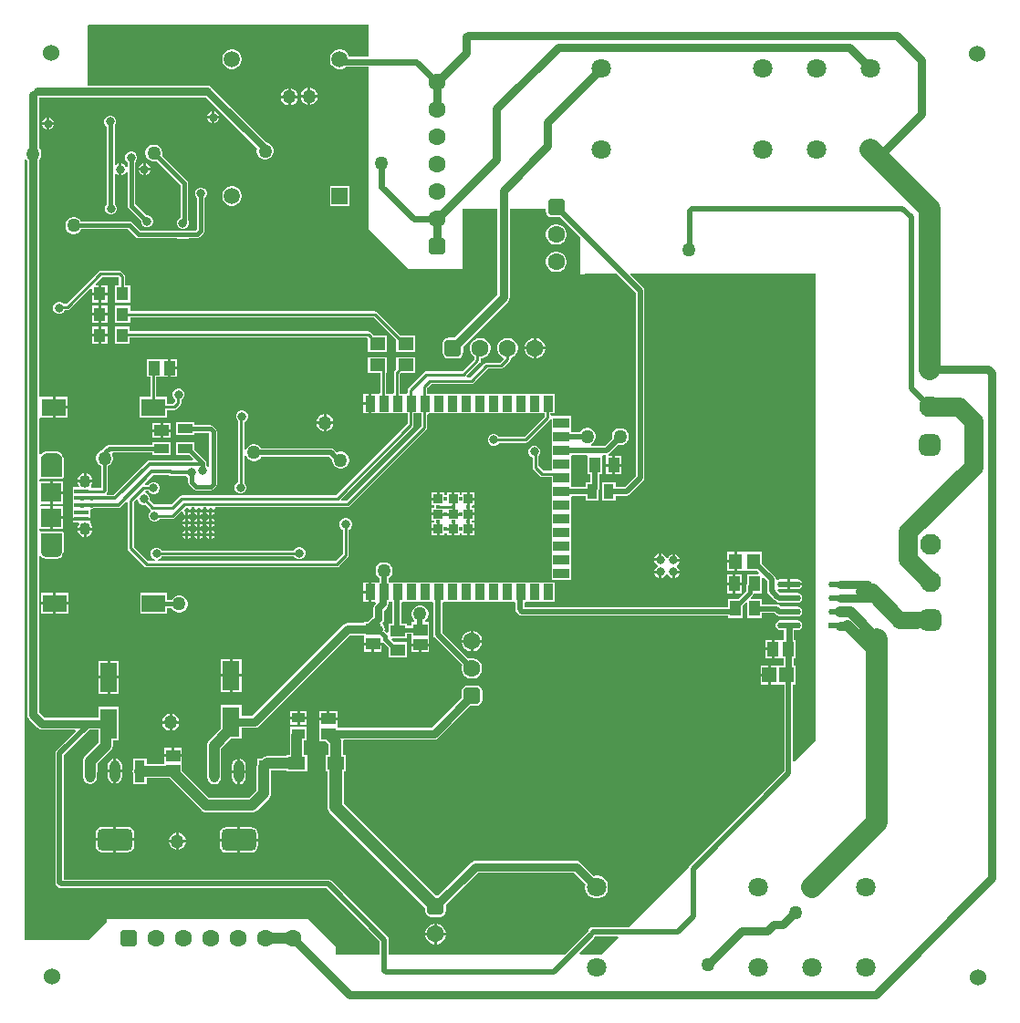
<source format=gtl>
G04*
G04 #@! TF.GenerationSoftware,Altium Limited,Altium Designer,24.10.1 (45)*
G04*
G04 Layer_Physical_Order=1*
G04 Layer_Color=255*
%FSLAX44Y44*%
%MOMM*%
G71*
G04*
G04 #@! TF.SameCoordinates,9B87C798-A5EC-4888-A0B9-4BDBECF7F39D*
G04*
G04*
G04 #@! TF.FilePolarity,Positive*
G04*
G01*
G75*
%ADD14C,0.2540*%
%ADD19R,1.0500X1.4500*%
%ADD20R,1.3781X1.4562*%
%ADD21R,1.6000X1.2000*%
%ADD22R,1.3500X1.1000*%
%ADD23R,0.9000X1.5000*%
%ADD24R,1.5000X0.9000*%
%ADD25R,0.9000X0.9000*%
%ADD26R,1.1000X1.3500*%
%ADD27R,1.4000X0.9000*%
%ADD28R,1.4000X1.1000*%
%ADD29R,1.2500X1.4500*%
G04:AMPARAMS|DCode=30|XSize=2.1741mm|YSize=0.5821mm|CornerRadius=0.2911mm|HoleSize=0mm|Usage=FLASHONLY|Rotation=180.000|XOffset=0mm|YOffset=0mm|HoleType=Round|Shape=RoundedRectangle|*
%AMROUNDEDRECTD30*
21,1,2.1741,0.0000,0,0,180.0*
21,1,1.5919,0.5821,0,0,180.0*
1,1,0.5821,-0.7960,0.0000*
1,1,0.5821,0.7960,0.0000*
1,1,0.5821,0.7960,0.0000*
1,1,0.5821,-0.7960,0.0000*
%
%ADD30ROUNDEDRECTD30*%
%ADD31R,2.1741X0.5821*%
%ADD32R,1.1000X1.3000*%
%ADD33R,1.6000X2.8000*%
%ADD34R,1.4000X1.1000*%
%ADD35R,1.4500X1.2000*%
%ADD36R,0.9621X2.0542*%
G04:AMPARAMS|DCode=37|XSize=2.0542mm|YSize=0.9621mm|CornerRadius=0.4811mm|HoleSize=0mm|Usage=FLASHONLY|Rotation=270.000|XOffset=0mm|YOffset=0mm|HoleType=Round|Shape=RoundedRectangle|*
%AMROUNDEDRECTD37*
21,1,2.0542,0.0000,0,0,270.0*
21,1,1.0920,0.9621,0,0,270.0*
1,1,0.9621,0.0000,-0.5460*
1,1,0.9621,0.0000,0.5460*
1,1,0.9621,0.0000,0.5460*
1,1,0.9621,0.0000,-0.5460*
%
%ADD37ROUNDEDRECTD37*%
G04:AMPARAMS|DCode=38|XSize=2.0542mm|YSize=3.2621mm|CornerRadius=0.4827mm|HoleSize=0mm|Usage=FLASHONLY|Rotation=270.000|XOffset=0mm|YOffset=0mm|HoleType=Round|Shape=RoundedRectangle|*
%AMROUNDEDRECTD38*
21,1,2.0542,2.2967,0,0,270.0*
21,1,1.0887,3.2621,0,0,270.0*
1,1,0.9655,-1.1483,-0.5444*
1,1,0.9655,-1.1483,0.5444*
1,1,0.9655,1.1483,0.5444*
1,1,0.9655,1.1483,-0.5444*
%
%ADD38ROUNDEDRECTD38*%
%ADD39R,2.2000X1.6000*%
%ADD40R,2.1800X1.6000*%
%ADD41R,0.9500X1.3500*%
%ADD42R,1.1000X1.4000*%
%ADD43R,1.2621X0.9578*%
%ADD44R,1.9000X1.8000*%
%ADD45R,1.3500X0.4000*%
%ADD69C,1.8034*%
%ADD79C,0.3810*%
%ADD80C,0.3000*%
%ADD81C,0.4000*%
%ADD82C,0.8000*%
%ADD83C,0.7000*%
%ADD84C,0.5000*%
%ADD85C,0.6000*%
%ADD86C,1.0000*%
%ADD87C,0.3500*%
%ADD88C,1.2000*%
%ADD89C,2.0000*%
%ADD90C,1.8000*%
%ADD91C,1.5000*%
%ADD92C,1.6000*%
%ADD93C,1.5080*%
%ADD94R,1.5080X1.5080*%
%ADD95C,0.4000*%
%ADD96C,1.6000*%
G04:AMPARAMS|DCode=97|XSize=1.6mm|YSize=1.6mm|CornerRadius=0.4mm|HoleSize=0mm|Usage=FLASHONLY|Rotation=270.000|XOffset=0mm|YOffset=0mm|HoleType=Round|Shape=RoundedRectangle|*
%AMROUNDEDRECTD97*
21,1,1.6000,0.8000,0,0,270.0*
21,1,0.8000,1.6000,0,0,270.0*
1,1,0.8000,-0.4000,-0.4000*
1,1,0.8000,-0.4000,0.4000*
1,1,0.8000,0.4000,0.4000*
1,1,0.8000,0.4000,-0.4000*
%
%ADD97ROUNDEDRECTD97*%
G04:AMPARAMS|DCode=98|XSize=1.6mm|YSize=1.6mm|CornerRadius=0.4mm|HoleSize=0mm|Usage=FLASHONLY|Rotation=0.000|XOffset=0mm|YOffset=0mm|HoleType=Round|Shape=RoundedRectangle|*
%AMROUNDEDRECTD98*
21,1,1.6000,0.8000,0,0,0.0*
21,1,0.8000,1.6000,0,0,0.0*
1,1,0.8000,0.4000,-0.4000*
1,1,0.8000,-0.4000,-0.4000*
1,1,0.8000,-0.4000,0.4000*
1,1,0.8000,0.4000,0.4000*
%
%ADD98ROUNDEDRECTD98*%
%ADD99O,1.0500X1.1500*%
%ADD100O,1.3000X0.7500*%
%ADD101C,1.9500*%
G04:AMPARAMS|DCode=102|XSize=1.95mm|YSize=1.95mm|CornerRadius=0.4875mm|HoleSize=0mm|Usage=FLASHONLY|Rotation=90.000|XOffset=0mm|YOffset=0mm|HoleType=Round|Shape=RoundedRectangle|*
%AMROUNDEDRECTD102*
21,1,1.9500,0.9750,0,0,90.0*
21,1,0.9750,1.9500,0,0,90.0*
1,1,0.9750,0.4875,0.4875*
1,1,0.9750,0.4875,-0.4875*
1,1,0.9750,-0.4875,-0.4875*
1,1,0.9750,-0.4875,0.4875*
%
%ADD102ROUNDEDRECTD102*%
%ADD103C,1.5240*%
%ADD104C,1.2700*%
%ADD105C,0.8000*%
%ADD106C,0.5000*%
G36*
X325594Y916453D02*
Y886796D01*
X307852D01*
X307531Y887997D01*
X306337Y890064D01*
X304650Y891751D01*
X302583Y892945D01*
X300278Y893562D01*
X297891D01*
X295586Y892945D01*
X293519Y891751D01*
X291831Y890064D01*
X290638Y887997D01*
X290020Y885692D01*
Y883305D01*
X290276Y882350D01*
X290243Y882184D01*
X290594Y880418D01*
X291594Y878922D01*
X292342Y878422D01*
X293519Y877245D01*
X295586Y876052D01*
X297891Y875434D01*
X300278D01*
X302583Y876052D01*
X304650Y877245D01*
X304975Y877571D01*
X325594D01*
Y726862D01*
X362809Y689646D01*
X413367D01*
Y745570D01*
X445370D01*
Y665467D01*
X405783Y625880D01*
X400116D01*
X397961Y625451D01*
X396133Y624230D01*
X394912Y622403D01*
X394484Y620248D01*
Y612248D01*
X394912Y610092D01*
X396133Y608265D01*
X397961Y607044D01*
X400116Y606615D01*
X408116D01*
X410271Y607044D01*
X412099Y608265D01*
X413320Y610092D01*
X413748Y612248D01*
Y617915D01*
X454985Y659151D01*
X454985Y659151D01*
X456205Y660978D01*
X456634Y663134D01*
Y745570D01*
X490364D01*
Y743184D01*
X490793Y741028D01*
X492014Y739201D01*
X493841Y737980D01*
X495997Y737551D01*
X503826D01*
X522114Y719263D01*
Y684401D01*
X530983Y685784D01*
X555594D01*
X573612Y667765D01*
Y497319D01*
X563599Y487306D01*
X554965D01*
Y491477D01*
X542417D01*
Y474929D01*
X554965D01*
Y479100D01*
X565298D01*
X566868Y479412D01*
X568200Y480302D01*
X580616Y492719D01*
X581506Y494050D01*
X581818Y495620D01*
Y669465D01*
X581506Y671035D01*
X580616Y672366D01*
X568607Y684376D01*
X569190Y685784D01*
X740602D01*
Y251717D01*
X721130Y232244D01*
X719722Y232827D01*
Y303854D01*
X721922D01*
Y321464D01*
X720232D01*
Y328459D01*
X722204D01*
Y345006D01*
X720467D01*
Y354370D01*
X723814D01*
X725545Y354714D01*
X727011Y355694D01*
X727992Y357161D01*
X728336Y358891D01*
X727992Y360621D01*
X727011Y362088D01*
X725545Y363068D01*
X723814Y363413D01*
X716312D01*
X715855Y363504D01*
X715397Y363413D01*
X707895D01*
X706165Y363068D01*
X704698Y362088D01*
X703718Y360621D01*
X703373Y358891D01*
X703718Y357161D01*
X704698Y355694D01*
X706165Y354714D01*
X707895Y354370D01*
X711242D01*
Y345006D01*
X702450D01*
Y336732D01*
Y328459D01*
X711006D01*
Y321464D01*
X699496D01*
Y312659D01*
Y303854D01*
X711516D01*
Y223311D01*
X624118Y135913D01*
X623229Y134582D01*
X623170Y134284D01*
X567416Y78531D01*
X533815D01*
X532245Y78218D01*
X530914Y77329D01*
X530025Y75998D01*
X529712Y74428D01*
X529730Y74340D01*
X529426Y74137D01*
X508546Y53257D01*
X344386D01*
Y66712D01*
X344074Y68282D01*
X343184Y69613D01*
X291182Y121615D01*
X289851Y122504D01*
X288281Y122817D01*
X288162Y122793D01*
X43286D01*
Y238071D01*
X66997Y261782D01*
X75185D01*
Y251891D01*
X75215D01*
Y249842D01*
X62699Y237326D01*
X61653Y235963D01*
X60996Y234376D01*
X60772Y232673D01*
Y223459D01*
X60893Y222537D01*
Y217999D01*
X61385Y215528D01*
X62785Y213432D01*
X64880Y212032D01*
X67352Y211541D01*
X69824Y212032D01*
X71919Y213432D01*
X73319Y215528D01*
X73811Y217999D01*
Y222537D01*
X73932Y223459D01*
Y229947D01*
X86448Y242463D01*
X87494Y243826D01*
X88151Y245413D01*
X88375Y247116D01*
Y251891D01*
X94234D01*
Y282939D01*
X81254D01*
X80709Y283047D01*
X80165Y282939D01*
X75185D01*
Y277959D01*
X75077Y277415D01*
X75185Y276870D01*
Y273047D01*
X25175D01*
X20169Y278054D01*
Y337588D01*
Y423203D01*
X20237Y423244D01*
X21771Y423414D01*
X23459Y421726D01*
X23762Y421601D01*
X23994Y421369D01*
X26199Y420455D01*
X26527D01*
X26830Y420330D01*
X36217D01*
X36520Y420455D01*
X36848D01*
X39054Y421369D01*
X39286Y421601D01*
X39589Y421726D01*
X41277Y423414D01*
X41402Y423717D01*
X41634Y423949D01*
X42548Y426155D01*
Y426483D01*
X42673Y426786D01*
Y444479D01*
X42190Y445646D01*
X41024Y446129D01*
X22024D01*
X21693Y445992D01*
X20169Y446949D01*
Y447069D01*
X20500Y448456D01*
X21693Y448456D01*
X30254D01*
Y458979D01*
Y469504D01*
X21750D01*
X21179Y470479D01*
X21750Y471455D01*
X30254D01*
Y481979D01*
Y492503D01*
X21693D01*
X20500Y492503D01*
X20169Y493890D01*
Y494010D01*
X21693Y494967D01*
X22024Y494830D01*
X41024D01*
X42190Y495313D01*
X42673Y496479D01*
Y514173D01*
X42548Y514476D01*
Y514804D01*
X41634Y517009D01*
X41402Y517241D01*
X41277Y517545D01*
X39589Y519232D01*
X39286Y519358D01*
X39054Y519590D01*
X36848Y520503D01*
X36520D01*
X36217Y520629D01*
X26830D01*
X26527Y520503D01*
X26199D01*
X23994Y519590D01*
X23762Y519358D01*
X23458Y519232D01*
X21771Y517545D01*
X20237Y517715D01*
X20169Y517756D01*
Y551255D01*
X21488Y551750D01*
X21693Y551750D01*
X32742D01*
Y561274D01*
Y570798D01*
X21693D01*
X21488Y570798D01*
X20169Y571294D01*
Y791209D01*
X20622Y791662D01*
X21658Y793457D01*
X22195Y795460D01*
Y797533D01*
X21658Y799536D01*
X20622Y801331D01*
X20169Y801784D01*
Y848986D01*
X174758D01*
X222301Y801443D01*
X222013Y800370D01*
Y798297D01*
X222550Y796294D01*
X223587Y794499D01*
X225053Y793033D01*
X226848Y791996D01*
X228851Y791459D01*
X230924D01*
X232927Y791996D01*
X234722Y793033D01*
X236188Y794499D01*
X237225Y796294D01*
X237761Y798297D01*
Y800370D01*
X237225Y802373D01*
X236188Y804168D01*
X234722Y805634D01*
X232927Y806671D01*
X231062Y807170D01*
X181602Y856630D01*
X181574Y856773D01*
X180353Y858600D01*
X178526Y859821D01*
X176370Y860250D01*
X64935D01*
Y915917D01*
X66013Y916994D01*
X325594Y916453D01*
D02*
G37*
G36*
X38422Y518066D02*
X40110Y516378D01*
X41024Y514173D01*
Y512979D01*
Y496479D01*
X22024D01*
Y512979D01*
Y514173D01*
X22937Y516378D01*
X24625Y518066D01*
X26830Y518979D01*
X36217D01*
X38422Y518066D01*
D02*
G37*
G36*
X41024Y427979D02*
Y426786D01*
X40110Y424581D01*
X38422Y422893D01*
X36217Y421979D01*
X26830D01*
X24625Y422893D01*
X22937Y424581D01*
X22024Y426786D01*
Y427979D01*
Y444479D01*
X41024D01*
Y427979D01*
D02*
G37*
G36*
X557803Y68917D02*
X542142Y53257D01*
X522142D01*
X521558Y54665D01*
X535228Y68335D01*
X536118Y69666D01*
X536249Y70325D01*
X557219D01*
X557803Y68917D01*
D02*
G37*
G36*
X8020Y791662D02*
X8904Y790777D01*
Y337588D01*
Y275721D01*
X8904Y275721D01*
X9333Y273565D01*
X10554Y271738D01*
X18860Y263432D01*
X18860Y263432D01*
X20687Y262211D01*
X22843Y261782D01*
X22843Y261782D01*
X53401D01*
X53985Y260375D01*
X36282Y242672D01*
X35393Y241341D01*
X35080Y239771D01*
Y120178D01*
X35393Y118608D01*
X36282Y117277D01*
X37174Y116681D01*
X37770Y115789D01*
X39101Y114900D01*
X40671Y114587D01*
X286605D01*
X336180Y65012D01*
Y53257D01*
X295673D01*
Y60271D01*
X270271Y85673D01*
X82791D01*
Y82791D01*
X66168Y66168D01*
X6306D01*
Y791581D01*
X7831Y791990D01*
X8020Y791662D01*
D02*
G37*
%LPC*%
G36*
X200278Y893562D02*
X197891D01*
X195586Y892945D01*
X193519Y891751D01*
X191831Y890064D01*
X190638Y887997D01*
X190021Y885692D01*
Y883305D01*
X190638Y881000D01*
X191831Y878933D01*
X193519Y877245D01*
X195586Y876052D01*
X197891Y875434D01*
X200278D01*
X202583Y876052D01*
X204650Y877245D01*
X206338Y878933D01*
X207531Y881000D01*
X208148Y883305D01*
Y885692D01*
X207531Y887997D01*
X206338Y890064D01*
X204650Y891751D01*
X202583Y892945D01*
X200278Y893562D01*
D02*
G37*
G36*
X271921Y857819D02*
Y851277D01*
X278462D01*
X277988Y853046D01*
X276952Y854842D01*
X275485Y856308D01*
X273690Y857345D01*
X271921Y857819D01*
D02*
G37*
G36*
X269381D02*
X267612Y857345D01*
X265816Y856308D01*
X264350Y854842D01*
X263313Y853046D01*
X262839Y851277D01*
X269381D01*
Y857819D01*
D02*
G37*
G36*
X253493Y857380D02*
Y850838D01*
X260035D01*
X259561Y852608D01*
X258524Y854403D01*
X257058Y855869D01*
X255263Y856906D01*
X253493Y857380D01*
D02*
G37*
G36*
X250954D02*
X249184Y856906D01*
X247389Y855869D01*
X245923Y854403D01*
X244886Y852608D01*
X244412Y850838D01*
X250954D01*
Y857380D01*
D02*
G37*
G36*
X278462Y848737D02*
X271921D01*
Y842196D01*
X273690Y842670D01*
X275485Y843706D01*
X276952Y845173D01*
X277988Y846968D01*
X278462Y848737D01*
D02*
G37*
G36*
X269381D02*
X262839D01*
X263313Y846968D01*
X264350Y845173D01*
X265816Y843706D01*
X267612Y842670D01*
X269381Y842196D01*
Y848737D01*
D02*
G37*
G36*
X260035Y848298D02*
X253493D01*
Y841757D01*
X255263Y842231D01*
X257058Y843268D01*
X258524Y844734D01*
X259561Y846529D01*
X260035Y848298D01*
D02*
G37*
G36*
X250954D02*
X244412D01*
X244886Y846529D01*
X245923Y844734D01*
X247389Y843268D01*
X249184Y842231D01*
X250954Y841757D01*
Y848298D01*
D02*
G37*
G36*
X182922Y836104D02*
Y831921D01*
X187105D01*
X186335Y833780D01*
X184781Y835334D01*
X182922Y836104D01*
D02*
G37*
G36*
X180382D02*
X178523Y835334D01*
X176969Y833780D01*
X176199Y831921D01*
X180382D01*
Y836104D01*
D02*
G37*
G36*
X29492Y830140D02*
Y825957D01*
X33675D01*
X32905Y827816D01*
X31351Y829370D01*
X29492Y830140D01*
D02*
G37*
G36*
X26952D02*
X25093Y829370D01*
X23539Y827816D01*
X22769Y825957D01*
X26952D01*
Y830140D01*
D02*
G37*
G36*
X187105Y829381D02*
X182922D01*
Y825198D01*
X184781Y825968D01*
X186335Y827522D01*
X187105Y829381D01*
D02*
G37*
G36*
X180382D02*
X176199D01*
X176969Y827522D01*
X178523Y825968D01*
X180382Y825198D01*
Y829381D01*
D02*
G37*
G36*
X33675Y823417D02*
X29492D01*
Y819234D01*
X31351Y820004D01*
X32905Y821558D01*
X33675Y823417D01*
D02*
G37*
G36*
X26952D02*
X22769D01*
X23539Y821558D01*
X25093Y820004D01*
X26952Y819234D01*
Y823417D01*
D02*
G37*
G36*
X106627Y798598D02*
X104429D01*
X102399Y797757D01*
X100845Y796203D01*
X100004Y794173D01*
Y791975D01*
X100845Y789945D01*
X101935Y788855D01*
Y784669D01*
X100411Y784365D01*
X100060Y785212D01*
X98506Y786766D01*
X96647Y787536D01*
Y782083D01*
Y776630D01*
X98506Y777400D01*
X100060Y778954D01*
X100411Y779801D01*
X101935Y779498D01*
Y748472D01*
X102208Y747097D01*
X102987Y745931D01*
X114590Y734329D01*
Y732787D01*
X115431Y730757D01*
X116985Y729203D01*
X119015Y728362D01*
X121213D01*
X123243Y729203D01*
X124797Y730757D01*
X125638Y732787D01*
Y734985D01*
X124797Y737015D01*
X123243Y738569D01*
X121213Y739410D01*
X119671D01*
X109121Y749960D01*
Y788855D01*
X110211Y789945D01*
X111052Y791975D01*
Y794173D01*
X110211Y796203D01*
X108657Y797757D01*
X106627Y798598D01*
D02*
G37*
G36*
X118985Y787695D02*
Y783512D01*
X123168D01*
X122398Y785371D01*
X120844Y786925D01*
X118985Y787695D01*
D02*
G37*
G36*
X116445D02*
X114586Y786925D01*
X113032Y785371D01*
X112261Y783512D01*
X116445D01*
Y787695D01*
D02*
G37*
G36*
X123168Y780972D02*
X118985D01*
Y776789D01*
X120844Y777559D01*
X122398Y779113D01*
X123168Y780972D01*
D02*
G37*
G36*
X116445D02*
X112261D01*
X113032Y779113D01*
X114586Y777559D01*
X116445Y776789D01*
Y780972D01*
D02*
G37*
G36*
X87251Y831999D02*
X85054D01*
X83023Y831158D01*
X81469Y829604D01*
X80628Y827574D01*
Y825376D01*
X81469Y823346D01*
X82842Y821974D01*
Y749541D01*
X82034Y748733D01*
X81193Y746703D01*
Y744505D01*
X82034Y742475D01*
X83587Y740921D01*
X85618Y740080D01*
X87815D01*
X89846Y740921D01*
X91399Y742475D01*
X92240Y744505D01*
Y746703D01*
X91399Y748733D01*
X90028Y750105D01*
Y777465D01*
X91552Y778096D01*
X92248Y777400D01*
X94107Y776630D01*
Y782083D01*
Y787536D01*
X92248Y786766D01*
X91552Y786070D01*
X90028Y786701D01*
Y822538D01*
X90836Y823346D01*
X91677Y825376D01*
Y827574D01*
X90836Y829604D01*
X89282Y831158D01*
X87251Y831999D01*
D02*
G37*
G36*
X308148Y766562D02*
X290020D01*
Y748435D01*
X308148D01*
Y766562D01*
D02*
G37*
G36*
X200278D02*
X197891D01*
X195586Y765945D01*
X193519Y764752D01*
X191831Y763064D01*
X190638Y760997D01*
X190021Y758692D01*
Y756305D01*
X190638Y754000D01*
X191831Y751933D01*
X193519Y750246D01*
X195586Y749052D01*
X197891Y748435D01*
X200278D01*
X202583Y749052D01*
X204650Y750246D01*
X206338Y751933D01*
X207531Y754000D01*
X208148Y756305D01*
Y758692D01*
X207531Y760997D01*
X206338Y763064D01*
X204650Y764752D01*
X202583Y765945D01*
X200278Y766562D01*
D02*
G37*
G36*
X127634Y805242D02*
X125560D01*
X123558Y804706D01*
X121762Y803669D01*
X120296Y802203D01*
X119260Y800407D01*
X118723Y798405D01*
Y796331D01*
X119260Y794329D01*
X120296Y792533D01*
X121762Y791067D01*
X123558Y790031D01*
X125560Y789494D01*
X127634D01*
X129019Y789865D01*
X151173Y767711D01*
Y737421D01*
X150373Y737089D01*
X148819Y735536D01*
X147978Y733505D01*
Y731308D01*
X148819Y729277D01*
X150373Y727723D01*
X152404Y726882D01*
X154601D01*
X156631Y727723D01*
X158185Y729277D01*
X159026Y731308D01*
Y733505D01*
X158359Y735116D01*
Y769199D01*
X158086Y770574D01*
X157307Y771740D01*
X134100Y794947D01*
X134471Y796331D01*
Y798405D01*
X133934Y800407D01*
X132898Y802203D01*
X131432Y803669D01*
X129636Y804706D01*
X127634Y805242D01*
D02*
G37*
G36*
X171223Y765410D02*
X169025D01*
X166995Y764569D01*
X165441Y763016D01*
X164600Y760985D01*
Y758788D01*
X165441Y756757D01*
X166531Y755667D01*
Y726948D01*
X165409Y725826D01*
X165118Y725390D01*
X158294D01*
X156919Y725117D01*
X156908Y725109D01*
X150097D01*
X150086Y725117D01*
X148711Y725390D01*
X113888D01*
X106325Y732953D01*
X105159Y733732D01*
X103784Y734006D01*
X59012D01*
X58540Y734825D01*
X57074Y736291D01*
X55278Y737327D01*
X53275Y737864D01*
X51202D01*
X49200Y737327D01*
X47404Y736291D01*
X45938Y734825D01*
X44901Y733029D01*
X44365Y731027D01*
Y728953D01*
X44901Y726951D01*
X45938Y725155D01*
X47404Y723689D01*
X49200Y722653D01*
X51202Y722116D01*
X53275D01*
X55278Y722653D01*
X57074Y723689D01*
X58540Y725155D01*
X59501Y726820D01*
X102296D01*
X109859Y719257D01*
X111025Y718478D01*
X112400Y718204D01*
X147606D01*
X147617Y718197D01*
X148992Y717924D01*
X158013D01*
X159388Y718197D01*
X159399Y718204D01*
X166462D01*
X167837Y718478D01*
X169003Y719257D01*
X169599Y720149D01*
X170491Y720745D01*
X172665Y722919D01*
X173444Y724085D01*
X173717Y725460D01*
Y755667D01*
X174807Y756757D01*
X175648Y758788D01*
Y760985D01*
X174807Y763016D01*
X173253Y764569D01*
X171223Y765410D01*
D02*
G37*
G36*
X501250Y731308D02*
X498743D01*
X496320Y730659D01*
X494149Y729405D01*
X492375Y727632D01*
X491121Y725460D01*
X490472Y723037D01*
Y720530D01*
X491121Y718108D01*
X492375Y715936D01*
X494149Y714163D01*
X496320Y712909D01*
X498743Y712260D01*
X501250D01*
X503673Y712909D01*
X505844Y714163D01*
X507618Y715936D01*
X508871Y718108D01*
X509520Y720530D01*
Y723037D01*
X508871Y725460D01*
X507618Y727632D01*
X505844Y729405D01*
X503673Y730659D01*
X501250Y731308D01*
D02*
G37*
G36*
X94687Y687948D02*
X94687Y687948D01*
X77290D01*
X77290Y687948D01*
X76200Y687731D01*
X75276Y687113D01*
X75276Y687113D01*
X45375Y657212D01*
X42719D01*
X41874Y658057D01*
X39843Y658898D01*
X37646D01*
X35616Y658057D01*
X34062Y656503D01*
X33221Y654473D01*
Y652275D01*
X34062Y650245D01*
X35616Y648691D01*
X37646Y647850D01*
X39843D01*
X41874Y648691D01*
X43428Y650245D01*
X43954Y651515D01*
X46555D01*
X46555Y651515D01*
X47645Y651731D01*
X48569Y652349D01*
X67961Y671741D01*
X69369Y671158D01*
Y668084D01*
X75123D01*
Y674838D01*
X73049D01*
X72466Y676246D01*
X78470Y682250D01*
X93507D01*
X94018Y681739D01*
Y674838D01*
X90369D01*
Y658790D01*
X104417D01*
Y674838D01*
X99716D01*
Y682919D01*
X99716Y682919D01*
X99499Y684010D01*
X98881Y684934D01*
X98881Y684934D01*
X96702Y687113D01*
X95778Y687731D01*
X94687Y687948D01*
D02*
G37*
G36*
X501250Y705908D02*
X498743D01*
X496320Y705259D01*
X494149Y704005D01*
X492375Y702232D01*
X491121Y700060D01*
X490472Y697637D01*
Y695130D01*
X491121Y692708D01*
X492375Y690536D01*
X494149Y688763D01*
X496320Y687509D01*
X498743Y686860D01*
X501250D01*
X503673Y687509D01*
X505844Y688763D01*
X507618Y690536D01*
X508871Y692708D01*
X509520Y695130D01*
Y697637D01*
X508871Y700060D01*
X507618Y702232D01*
X505844Y704005D01*
X503673Y705259D01*
X501250Y705908D01*
D02*
G37*
G36*
X83417Y674838D02*
X77663D01*
Y668084D01*
X83417D01*
Y674838D01*
D02*
G37*
G36*
Y665544D02*
X77663D01*
Y658790D01*
X83417D01*
Y665544D01*
D02*
G37*
G36*
X75123D02*
X69369D01*
Y658790D01*
X75123D01*
Y665544D01*
D02*
G37*
G36*
X83417Y655510D02*
X77663D01*
Y648756D01*
X83417D01*
Y655510D01*
D02*
G37*
G36*
X75123D02*
X69369D01*
Y648756D01*
X75123D01*
Y655510D01*
D02*
G37*
G36*
X83417Y646216D02*
X77663D01*
Y639462D01*
X83417D01*
Y646216D01*
D02*
G37*
G36*
X75123D02*
X69369D01*
Y639462D01*
X75123D01*
Y646216D01*
D02*
G37*
G36*
X83267Y636333D02*
X77513D01*
Y629579D01*
X83267D01*
Y636333D01*
D02*
G37*
G36*
X74973D02*
X69219D01*
Y629579D01*
X74973D01*
Y636333D01*
D02*
G37*
G36*
X83267Y627038D02*
X77513D01*
Y620285D01*
X83267D01*
Y627038D01*
D02*
G37*
G36*
X74973D02*
X69219D01*
Y620285D01*
X74973D01*
Y627038D01*
D02*
G37*
G36*
X481586Y625767D02*
Y617518D01*
X489836D01*
X489191Y619924D01*
X487937Y622095D01*
X486164Y623869D01*
X483992Y625123D01*
X481586Y625767D01*
D02*
G37*
G36*
X479046D02*
X476640Y625123D01*
X474468Y623869D01*
X472695Y622095D01*
X471441Y619924D01*
X470796Y617518D01*
X479046D01*
Y625767D01*
D02*
G37*
G36*
X104267Y636333D02*
X90219D01*
Y620285D01*
X104267D01*
Y626055D01*
X324112D01*
X325185Y625126D01*
X325240Y624851D01*
Y612872D01*
X342788D01*
Y627920D01*
X330362D01*
X330048Y628390D01*
X330048Y628390D01*
X327520Y630918D01*
X326596Y631535D01*
X325506Y631752D01*
X325506Y631752D01*
X104267D01*
Y636333D01*
D02*
G37*
G36*
X104417Y655510D02*
X90369D01*
Y639462D01*
X104417D01*
Y644638D01*
X330652D01*
X351415Y623875D01*
Y612855D01*
X368963D01*
Y627903D01*
X355443D01*
X333846Y649501D01*
X332922Y650118D01*
X331832Y650335D01*
X331832Y650335D01*
X104417D01*
Y655510D01*
D02*
G37*
G36*
X489836Y614978D02*
X481586D01*
Y606728D01*
X483992Y607373D01*
X486164Y608627D01*
X487937Y610400D01*
X489191Y612571D01*
X489836Y614978D01*
D02*
G37*
G36*
X479046D02*
X470796D01*
X471441Y612571D01*
X472695Y610400D01*
X474468Y608627D01*
X476640Y607373D01*
X479046Y606728D01*
Y614978D01*
D02*
G37*
G36*
X456170Y625772D02*
X453662D01*
X451240Y625123D01*
X449068Y623869D01*
X447295Y622095D01*
X446041Y619924D01*
X445392Y617501D01*
Y614994D01*
X446041Y612571D01*
X447295Y610400D01*
X449068Y608627D01*
X450391Y607863D01*
X450705Y606032D01*
X450698Y606014D01*
X447569Y602885D01*
X435309D01*
X435309Y602885D01*
X434219Y602668D01*
X433294Y602051D01*
X433294Y602051D01*
X420022Y588778D01*
X417173D01*
X416584Y590303D01*
X428955Y602673D01*
X428955Y602673D01*
X429572Y603597D01*
X429789Y604688D01*
Y606724D01*
X430770D01*
X433192Y607373D01*
X435364Y608627D01*
X437137Y610400D01*
X438391Y612571D01*
X439040Y614994D01*
Y617501D01*
X438391Y619924D01*
X437137Y622095D01*
X435364Y623869D01*
X433192Y625123D01*
X430770Y625772D01*
X428262D01*
X425840Y625123D01*
X423668Y623869D01*
X421895Y622095D01*
X420641Y619924D01*
X419992Y617501D01*
Y614994D01*
X420641Y612571D01*
X421895Y610400D01*
X423668Y608627D01*
X424092Y608382D01*
Y605868D01*
X412974Y594749D01*
X379136D01*
X379136Y594749D01*
X378046Y594533D01*
X377121Y593915D01*
X362714Y579508D01*
X362096Y578583D01*
X361880Y577493D01*
X361880Y577493D01*
Y574708D01*
X360802Y573630D01*
X359173Y573631D01*
X357649Y573630D01*
X354827D01*
Y592239D01*
X355443Y592855D01*
X368963D01*
Y607903D01*
X351415D01*
Y596884D01*
X349964Y595433D01*
X349346Y594509D01*
X349129Y593419D01*
X349129Y593418D01*
Y574708D01*
X348052Y573630D01*
X346473Y573631D01*
X344949Y573630D01*
X342127D01*
Y592872D01*
X342788D01*
Y607920D01*
X325240D01*
Y592872D01*
X336429D01*
Y574708D01*
X335352Y573630D01*
X333773Y573631D01*
X332249Y573630D01*
X328367D01*
Y564607D01*
Y555583D01*
X332249D01*
X333121Y555583D01*
X334645Y555583D01*
X344949D01*
X345821Y555583D01*
X347345Y555583D01*
X357649D01*
X358521Y555583D01*
X360045Y555583D01*
X361829D01*
Y545745D01*
X295530Y479445D01*
X152556D01*
X152556Y479445D01*
X151466Y479229D01*
X150542Y478611D01*
X150542Y478611D01*
X143017Y471086D01*
X126433D01*
X122875Y474644D01*
X122992Y474924D01*
Y477122D01*
X122151Y479152D01*
X120597Y480706D01*
X119237Y481269D01*
X118604Y482810D01*
X118611Y483052D01*
X118951Y483549D01*
X121603D01*
X121719Y483269D01*
X123273Y481715D01*
X125303Y480874D01*
X127501D01*
X129531Y481715D01*
X131085Y483269D01*
X131926Y485299D01*
Y487497D01*
X131085Y489527D01*
X129531Y491081D01*
X127501Y491922D01*
X125303D01*
X123273Y491081D01*
X121719Y489527D01*
X121603Y489247D01*
X118653D01*
X118021Y490771D01*
X125820Y498569D01*
X140402D01*
X140470Y498501D01*
X140470Y498501D01*
X141470Y497832D01*
X142650Y497598D01*
X142650Y497598D01*
X156438D01*
X156457Y497552D01*
X158011Y495998D01*
X158445Y495818D01*
Y491449D01*
X158712Y490111D01*
X159469Y488977D01*
X163262Y485184D01*
X164396Y484426D01*
X165734Y484160D01*
X165735Y484160D01*
X179267D01*
X180605Y484426D01*
X181740Y485184D01*
X183971Y487416D01*
X184729Y488550D01*
X184995Y489888D01*
Y538894D01*
X184729Y540232D01*
X183971Y541366D01*
X181740Y543598D01*
X180605Y544356D01*
X179267Y544622D01*
X164447D01*
Y547857D01*
X147399D01*
Y535809D01*
X164447D01*
Y537630D01*
X177819D01*
X178003Y537446D01*
Y506193D01*
X176520Y505881D01*
X176479Y505881D01*
X175313Y507047D01*
Y509439D01*
X175047Y510777D01*
X174289Y511911D01*
X174289Y511911D01*
X164447Y521753D01*
Y528857D01*
X147399D01*
Y516809D01*
X159503D01*
X163099Y513212D01*
X162516Y511804D01*
X122631D01*
X122631Y511804D01*
X121451Y511569D01*
X120451Y510901D01*
X89537Y479988D01*
X82985D01*
X82586Y480659D01*
X82418Y481512D01*
X83042Y482137D01*
X83042Y482137D01*
X83711Y483137D01*
X83946Y484317D01*
X83946Y484317D01*
Y506454D01*
X85714Y507475D01*
X87180Y508941D01*
X88216Y510736D01*
X88753Y512739D01*
Y514812D01*
X88216Y516814D01*
X87696Y517715D01*
X88576Y519240D01*
X125399D01*
Y516809D01*
X142447D01*
Y528857D01*
X125399D01*
Y526426D01*
X84932D01*
X83557Y526152D01*
X82392Y525373D01*
X79518Y522499D01*
X78755Y521358D01*
X77840Y521113D01*
X76044Y520076D01*
X74578Y518610D01*
X73541Y516814D01*
X73005Y514812D01*
Y512739D01*
X73541Y510736D01*
X74578Y508941D01*
X76044Y507475D01*
X77779Y506473D01*
Y486328D01*
X68763D01*
X68020Y487627D01*
X68271Y488331D01*
X68641Y488813D01*
X69323Y490461D01*
X69455Y491460D01*
X62724D01*
X55993D01*
X56124Y490461D01*
X56807Y488813D01*
X57026Y488527D01*
X56275Y487003D01*
X51250D01*
Y479955D01*
Y473456D01*
Y466956D01*
Y460455D01*
Y458749D01*
X59524D01*
X67798D01*
Y465547D01*
X68115Y467038D01*
X69453Y467304D01*
X69703Y467471D01*
X93445D01*
X93445Y467471D01*
X94625Y467706D01*
X95625Y468374D01*
X100877Y473626D01*
X102401Y472995D01*
Y430210D01*
X102401Y430210D01*
X102618Y429119D01*
X103235Y428195D01*
X117864Y413566D01*
X117864Y413566D01*
X118788Y412949D01*
X119879Y412732D01*
X296424D01*
X296424Y412732D01*
X297514Y412949D01*
X298438Y413566D01*
X306642Y421770D01*
X306643Y421770D01*
X307260Y422694D01*
X307477Y423785D01*
X307477Y423785D01*
Y447852D01*
X307757Y447968D01*
X309311Y449522D01*
X310152Y451552D01*
Y453750D01*
X309311Y455780D01*
X307757Y457334D01*
X305727Y458175D01*
X303529D01*
X301499Y457334D01*
X299945Y455780D01*
X299104Y453750D01*
Y451552D01*
X299945Y449522D01*
X301499Y447968D01*
X301779Y447852D01*
Y424965D01*
X295244Y418429D01*
X130448D01*
X130198Y419850D01*
X132228Y420691D01*
X133782Y422245D01*
X134012Y422799D01*
X256790D01*
X256793Y422793D01*
X258347Y421239D01*
X260377Y420398D01*
X262575D01*
X264605Y421239D01*
X266159Y422793D01*
X267000Y424823D01*
Y427021D01*
X266159Y429051D01*
X264605Y430605D01*
X262575Y431446D01*
X260377D01*
X258347Y430605D01*
X256793Y429051D01*
X256563Y428497D01*
X133785D01*
X133782Y428503D01*
X132228Y430057D01*
X130198Y430898D01*
X128000D01*
X125970Y430057D01*
X124416Y428503D01*
X123575Y426473D01*
Y424275D01*
X124416Y422245D01*
X125970Y420691D01*
X128000Y419850D01*
X127751Y418429D01*
X121059D01*
X108098Y431390D01*
Y473670D01*
X110420Y475991D01*
X111944Y475360D01*
Y474924D01*
X112785Y472894D01*
X114339Y471340D01*
X116369Y470499D01*
X118566D01*
X118847Y470615D01*
X123169Y466293D01*
X123240Y466147D01*
X123259Y464376D01*
X122439Y463556D01*
X121598Y461526D01*
Y459328D01*
X122439Y457298D01*
X123993Y455744D01*
X126024Y454903D01*
X128221D01*
X130251Y455744D01*
X131805Y457298D01*
X131922Y457579D01*
X143571D01*
X143571Y457578D01*
X144661Y457795D01*
X145585Y458413D01*
X151726Y464553D01*
X152274Y464501D01*
X153392Y464064D01*
X153862Y462927D01*
X154994Y461795D01*
X156004Y461377D01*
Y465207D01*
X157274D01*
Y466477D01*
X161103D01*
X160827Y467144D01*
X161308Y468242D01*
X161659Y468668D01*
X163889D01*
X164240Y468242D01*
X164721Y467144D01*
X164445Y466477D01*
X172104D01*
X171827Y467144D01*
X172309Y468242D01*
X172659Y468668D01*
X174889D01*
X175239Y468242D01*
X175721Y467144D01*
X175444Y466477D01*
X183103D01*
X182827Y467144D01*
X183308Y468242D01*
X183659Y468668D01*
X306470D01*
X306470Y468668D01*
X307560Y468885D01*
X308484Y469502D01*
X379392Y540410D01*
X380010Y541335D01*
X380227Y542425D01*
X380227Y542425D01*
Y554505D01*
X381304Y555583D01*
X383921Y555583D01*
X385445Y555583D01*
X395749D01*
X396621Y555583D01*
X398145Y555583D01*
X408449D01*
X409321Y555583D01*
X410845Y555583D01*
X421149D01*
X422021Y555583D01*
X423545Y555583D01*
X433849D01*
X434721Y555583D01*
X436245Y555583D01*
X446549D01*
X447421Y555583D01*
X448945Y555583D01*
X459249D01*
X460121Y555583D01*
X461645Y555583D01*
X471949D01*
X472821Y555583D01*
X474345Y555583D01*
X484649D01*
X485521Y555583D01*
X487045Y555583D01*
X488829D01*
Y552607D01*
X470256Y534033D01*
X446725D01*
X446609Y534313D01*
X445055Y535867D01*
X443025Y536708D01*
X440827D01*
X438797Y535867D01*
X437243Y534313D01*
X436402Y532283D01*
Y530085D01*
X437243Y528055D01*
X438797Y526501D01*
X440827Y525660D01*
X443025D01*
X445055Y526501D01*
X446609Y528055D01*
X446725Y528335D01*
X471435D01*
X471436Y528335D01*
X472526Y528552D01*
X473450Y529170D01*
X493692Y549412D01*
X493692Y549412D01*
X494148Y550095D01*
X495216Y550008D01*
X495672Y549842D01*
Y541805D01*
X495672Y540933D01*
X495672Y539409D01*
Y529105D01*
X495672Y528233D01*
X495672Y526709D01*
Y516405D01*
X495672Y515533D01*
X495672Y514009D01*
X495672Y502833D01*
X494396Y502235D01*
X487946D01*
X483600Y506581D01*
Y516027D01*
X484390Y516816D01*
X485231Y518847D01*
Y521044D01*
X484390Y523074D01*
X482836Y524628D01*
X480806Y525469D01*
X478608D01*
X476578Y524628D01*
X475024Y523074D01*
X474183Y521044D01*
Y518847D01*
X475024Y516816D01*
X476578Y515262D01*
X477903Y514714D01*
Y505401D01*
X477903Y505401D01*
X478120Y504311D01*
X478737Y503387D01*
X484752Y497372D01*
X485676Y496755D01*
X486766Y496538D01*
X486766Y496538D01*
X495672D01*
Y491005D01*
X495672Y490133D01*
X495672Y488609D01*
Y478305D01*
X495672Y477433D01*
X495672Y475909D01*
Y465605D01*
X495672Y464733D01*
X495672Y463209D01*
Y452905D01*
X495672Y452033D01*
X495672Y450509D01*
Y440205D01*
X495672Y439333D01*
X495672Y437809D01*
Y427505D01*
X495672Y426633D01*
X495672Y425109D01*
Y414805D01*
X495672Y413933D01*
X495672Y412409D01*
Y401233D01*
X513721D01*
Y412409D01*
X513721Y413281D01*
X513721Y414805D01*
Y425109D01*
X513721Y425981D01*
X513721Y427505D01*
Y437809D01*
X513721Y438681D01*
X513721Y440205D01*
Y450509D01*
X513721Y451381D01*
X513721Y452905D01*
Y463209D01*
X513721Y464081D01*
X513721Y465605D01*
Y475909D01*
X513721Y476781D01*
X513721Y478022D01*
X514798Y479100D01*
X526917D01*
Y474929D01*
X539465D01*
Y484115D01*
X539467Y484119D01*
X539779Y485689D01*
Y499040D01*
X542740D01*
Y515826D01*
X542740Y516088D01*
X543372Y517350D01*
X545560D01*
X546192Y516088D01*
X546192Y515826D01*
Y508834D01*
X551946D01*
Y516088D01*
X548313D01*
X548163Y517612D01*
X548417Y517662D01*
X549748Y518552D01*
X557556Y526359D01*
X558372Y526141D01*
X560445D01*
X562448Y526677D01*
X564243Y527714D01*
X565709Y529180D01*
X566746Y530975D01*
X567283Y532978D01*
Y535051D01*
X566746Y537054D01*
X565709Y538849D01*
X564243Y540315D01*
X562448Y541352D01*
X560445Y541889D01*
X558372D01*
X556369Y541352D01*
X554574Y540315D01*
X553108Y538849D01*
X552071Y537054D01*
X551535Y535051D01*
Y532978D01*
X551753Y532161D01*
X545148Y525556D01*
X532695D01*
X532287Y527080D01*
X533625Y527852D01*
X535091Y529318D01*
X536127Y531114D01*
X536664Y533116D01*
Y535190D01*
X536127Y537192D01*
X535091Y538988D01*
X533625Y540454D01*
X531829Y541490D01*
X529827Y542027D01*
X527753D01*
X525751Y541490D01*
X523955Y540454D01*
X522489Y538988D01*
X522067Y538256D01*
X514798D01*
X513721Y539333D01*
Y540281D01*
X513721Y541805D01*
Y552981D01*
X496051D01*
X495672Y552981D01*
X494527Y553894D01*
Y555583D01*
X498221D01*
Y573630D01*
X487045D01*
X486173Y573631D01*
X484649Y573630D01*
X474345D01*
X473473Y573631D01*
X471949Y573630D01*
X461645D01*
X460773Y573631D01*
X459249Y573630D01*
X448945D01*
X448073Y573631D01*
X446549Y573630D01*
X436245D01*
X435373Y573631D01*
X433849Y573630D01*
X423545D01*
X422673Y573631D01*
X421149Y573630D01*
X410845D01*
X409973Y573631D01*
X408449Y573630D01*
X398145D01*
X397273Y573631D01*
X395749Y573630D01*
X385445D01*
X384573Y573631D01*
X383049Y573630D01*
X380227D01*
Y579223D01*
X380880Y579877D01*
X380880Y579877D01*
X384085Y583081D01*
X421202D01*
X421202Y583081D01*
X422292Y583298D01*
X423216Y583915D01*
X436489Y597188D01*
X448748D01*
X448749Y597188D01*
X449839Y597405D01*
X450763Y598022D01*
X456652Y603911D01*
X456652Y603911D01*
X457270Y604835D01*
X457486Y605925D01*
Y607076D01*
X458592Y607373D01*
X460764Y608627D01*
X462537Y610400D01*
X463791Y612571D01*
X464440Y614994D01*
Y617501D01*
X463791Y619924D01*
X462537Y622095D01*
X460764Y623869D01*
X458592Y625123D01*
X456170Y625772D01*
D02*
G37*
G36*
X147927Y606037D02*
X142172D01*
Y599033D01*
X147927D01*
Y606037D01*
D02*
G37*
G36*
Y596493D02*
X142172D01*
Y589489D01*
X147927D01*
Y596493D01*
D02*
G37*
G36*
X325827Y573630D02*
X321073D01*
Y565877D01*
X325827D01*
Y573630D01*
D02*
G37*
G36*
X35282Y570798D02*
Y562545D01*
X46536D01*
Y570798D01*
X35282D01*
D02*
G37*
G36*
X139633Y606037D02*
X119879D01*
Y589489D01*
X123063D01*
Y570798D01*
X113487D01*
Y551750D01*
X138335D01*
Y558823D01*
X145316D01*
X145316Y558823D01*
X146406Y559039D01*
X147330Y559657D01*
X150996Y563323D01*
X150996Y563323D01*
X151614Y564247D01*
X151831Y565337D01*
X151831Y565337D01*
Y568119D01*
X152665Y568464D01*
X154219Y570018D01*
X155060Y572049D01*
Y574246D01*
X154219Y576277D01*
X152665Y577830D01*
X150634Y578671D01*
X148437D01*
X146406Y577830D01*
X144853Y576277D01*
X144012Y574246D01*
Y572049D01*
X144853Y570018D01*
X146133Y568738D01*
Y566517D01*
X144136Y564520D01*
X138335D01*
Y570798D01*
X128760D01*
Y589489D01*
X139633D01*
Y597763D01*
X140903D01*
D01*
X139633D01*
Y606037D01*
D02*
G37*
G36*
X325827Y563336D02*
X321073D01*
Y555583D01*
X325827D01*
Y563336D01*
D02*
G37*
G36*
X46536Y560005D02*
X35282D01*
Y551750D01*
X46536D01*
Y560005D01*
D02*
G37*
G36*
X286505Y554812D02*
Y548270D01*
X293046D01*
X292572Y550039D01*
X291535Y551835D01*
X290069Y553301D01*
X288274Y554338D01*
X286505Y554812D01*
D02*
G37*
G36*
X283965D02*
X282195Y554338D01*
X280400Y553301D01*
X278934Y551835D01*
X277897Y550039D01*
X277423Y548270D01*
X283965D01*
Y554812D01*
D02*
G37*
G36*
X142447Y546857D02*
X135193D01*
Y541103D01*
X142447D01*
Y546857D01*
D02*
G37*
G36*
X132653D02*
X125399D01*
Y541103D01*
X132653D01*
Y546857D01*
D02*
G37*
G36*
X293046Y545730D02*
X286505D01*
Y539189D01*
X288274Y539663D01*
X290069Y540700D01*
X291535Y542165D01*
X292572Y543961D01*
X293046Y545730D01*
D02*
G37*
G36*
X283965D02*
X277423D01*
X277897Y543961D01*
X278934Y542165D01*
X280400Y540700D01*
X282195Y539663D01*
X283965Y539189D01*
Y545730D01*
D02*
G37*
G36*
X142447Y538563D02*
X135193D01*
Y532809D01*
X142447D01*
Y538563D01*
D02*
G37*
G36*
X132653D02*
X125399D01*
Y532809D01*
X132653D01*
Y538563D01*
D02*
G37*
G36*
X560240Y516088D02*
X554486D01*
Y508834D01*
X560240D01*
Y516088D01*
D02*
G37*
G36*
X209341Y558273D02*
X207143D01*
X205113Y557432D01*
X203559Y555878D01*
X202718Y553847D01*
Y551650D01*
X203559Y549619D01*
X204771Y548407D01*
Y491710D01*
X203869Y491337D01*
X202315Y489783D01*
X201474Y487752D01*
Y485555D01*
X202315Y483524D01*
X203869Y481970D01*
X205899Y481129D01*
X208097D01*
X210127Y481970D01*
X211681Y483524D01*
X212522Y485555D01*
Y487752D01*
X211681Y489783D01*
X210469Y490995D01*
Y515927D01*
X211993Y516128D01*
X212002Y516095D01*
X213038Y514300D01*
X214504Y512833D01*
X216300Y511797D01*
X218302Y511260D01*
X220376D01*
X222378Y511797D01*
X224174Y512833D01*
X225640Y514300D01*
X226062Y515031D01*
X289115D01*
X292069Y512077D01*
Y511052D01*
X292606Y509049D01*
X293643Y507254D01*
X295109Y505788D01*
X296904Y504751D01*
X298907Y504215D01*
X300980D01*
X302983Y504751D01*
X304778Y505788D01*
X306244Y507254D01*
X307281Y509049D01*
X307817Y511052D01*
Y513125D01*
X307281Y515128D01*
X306244Y516923D01*
X304778Y518389D01*
X302983Y519426D01*
X300980Y519963D01*
X298907D01*
X296904Y519426D01*
X296537Y519214D01*
X293715Y522035D01*
X292384Y522925D01*
X290814Y523237D01*
X226062D01*
X225640Y523969D01*
X224174Y525435D01*
X222378Y526472D01*
X220376Y527008D01*
X218302D01*
X216300Y526472D01*
X214504Y525435D01*
X213038Y523969D01*
X212002Y522174D01*
X211993Y522140D01*
X210469Y522341D01*
Y547692D01*
X211371Y548065D01*
X212925Y549619D01*
X213766Y551650D01*
Y553847D01*
X212925Y555878D01*
X211371Y557432D01*
X209341Y558273D01*
D02*
G37*
G36*
X560240Y506294D02*
X554486D01*
Y499040D01*
X560240D01*
Y506294D01*
D02*
G37*
G36*
X551946D02*
X546192D01*
Y499040D01*
X551946D01*
Y506294D01*
D02*
G37*
G36*
X63994Y499895D02*
Y493999D01*
X69455D01*
X69323Y494998D01*
X68641Y496646D01*
X67555Y498061D01*
X66140Y499147D01*
X64492Y499829D01*
X63994Y499895D01*
D02*
G37*
G36*
X61454D02*
X60955Y499829D01*
X59308Y499147D01*
X57892Y498061D01*
X56807Y496646D01*
X56124Y494998D01*
X55993Y493999D01*
X61454D01*
Y499895D01*
D02*
G37*
G36*
X32794Y492503D02*
Y483249D01*
X42548D01*
Y492503D01*
X32794D01*
D02*
G37*
G36*
X417027Y482130D02*
X412273D01*
Y479814D01*
X411998Y479630D01*
X410596D01*
X410321Y479814D01*
Y482130D01*
X405567D01*
Y476106D01*
X403027D01*
Y482130D01*
X398273D01*
Y479814D01*
X397998Y479630D01*
X396596D01*
X396321Y479814D01*
Y482130D01*
X391567D01*
Y476106D01*
X390297D01*
Y474836D01*
X384273D01*
Y470082D01*
X386589D01*
X386773Y469808D01*
Y468406D01*
X386589Y468130D01*
X384273D01*
Y463376D01*
X390297D01*
Y460836D01*
X384273D01*
Y456082D01*
X386589D01*
X386773Y455807D01*
Y454405D01*
X386589Y454130D01*
X384273D01*
Y449376D01*
X390297D01*
Y448106D01*
X391567D01*
Y442082D01*
X396321D01*
Y444399D01*
X396596Y444582D01*
X397998D01*
X398273Y444398D01*
Y442082D01*
X403027D01*
Y448106D01*
X405567D01*
Y442082D01*
X410321D01*
Y444399D01*
X410596Y444582D01*
X411998D01*
X412273Y444398D01*
Y442082D01*
X417027D01*
Y448106D01*
X418297D01*
Y449376D01*
X424321D01*
Y454130D01*
X422005D01*
X421821Y454405D01*
Y455807D01*
X422005Y456082D01*
X424321D01*
Y460836D01*
X418297D01*
Y463376D01*
X424321D01*
Y468130D01*
X422005D01*
X421821Y468406D01*
Y469808D01*
X422005Y470082D01*
X424321D01*
Y474836D01*
X418297D01*
Y476106D01*
X417027D01*
Y482130D01*
D02*
G37*
G36*
X424321D02*
X419567D01*
Y477376D01*
X424321D01*
Y482130D01*
D02*
G37*
G36*
X389027D02*
X384273D01*
Y477376D01*
X389027D01*
Y482130D01*
D02*
G37*
G36*
X42548Y480709D02*
X32794D01*
Y471455D01*
X42548D01*
Y480709D01*
D02*
G37*
G36*
X183103Y463937D02*
X180544D01*
Y461377D01*
X181553Y461795D01*
X182685Y462927D01*
X183103Y463937D01*
D02*
G37*
G36*
X178004D02*
X175444D01*
X175862Y462927D01*
X176994Y461795D01*
X178004Y461377D01*
Y463937D01*
D02*
G37*
G36*
X172104D02*
X169544D01*
Y461377D01*
X170553Y461795D01*
X171685Y462927D01*
X172104Y463937D01*
D02*
G37*
G36*
X167004D02*
X164445D01*
X164863Y462927D01*
X165995Y461795D01*
X167004Y461377D01*
Y463937D01*
D02*
G37*
G36*
X161103D02*
X158544D01*
Y461377D01*
X159553Y461795D01*
X160685Y462927D01*
X161103Y463937D01*
D02*
G37*
G36*
X32794Y469504D02*
Y460249D01*
X42548D01*
Y469504D01*
X32794D01*
D02*
G37*
G36*
X180544Y458036D02*
Y455476D01*
X183103D01*
X182685Y456486D01*
X181553Y457618D01*
X180544Y458036D01*
D02*
G37*
G36*
X178004D02*
X176994Y457618D01*
X175862Y456486D01*
X175444Y455476D01*
X178004D01*
Y458036D01*
D02*
G37*
G36*
X169544D02*
Y455476D01*
X172104D01*
X171685Y456486D01*
X170553Y457618D01*
X169544Y458036D01*
D02*
G37*
G36*
X167004D02*
X165995Y457618D01*
X164863Y456486D01*
X164445Y455476D01*
X167004D01*
Y458036D01*
D02*
G37*
G36*
X158544D02*
Y455476D01*
X161103D01*
X160685Y456486D01*
X159553Y457618D01*
X158544Y458036D01*
D02*
G37*
G36*
X156004D02*
X154994Y457618D01*
X153862Y456486D01*
X153444Y455476D01*
X156004D01*
Y458036D01*
D02*
G37*
G36*
X183103Y452937D02*
X180544D01*
Y450377D01*
X181553Y450795D01*
X182685Y451927D01*
X183103Y452937D01*
D02*
G37*
G36*
X178004D02*
X175444D01*
X175862Y451927D01*
X176994Y450795D01*
X178004Y450377D01*
Y452937D01*
D02*
G37*
G36*
X172104D02*
X169544D01*
Y450377D01*
X170553Y450795D01*
X171685Y451927D01*
X172104Y452937D01*
D02*
G37*
G36*
X167004D02*
X164445D01*
X164863Y451927D01*
X165995Y450795D01*
X167004Y450377D01*
Y452937D01*
D02*
G37*
G36*
X161103D02*
X158544D01*
Y450377D01*
X159553Y450795D01*
X160685Y451927D01*
X161103Y452937D01*
D02*
G37*
G36*
X156004D02*
X153444D01*
X153862Y451927D01*
X154994Y450795D01*
X156004Y450377D01*
Y452937D01*
D02*
G37*
G36*
X67798Y456209D02*
X59524D01*
X51250D01*
Y453955D01*
X56275D01*
X57026Y452431D01*
X56807Y452146D01*
X56124Y450498D01*
X55993Y449499D01*
X62724D01*
X69455D01*
X69323Y450498D01*
X68641Y452146D01*
X68307Y452581D01*
X67798Y453955D01*
X67798Y453955D01*
X67798Y453955D01*
Y456209D01*
D02*
G37*
G36*
X42548Y457710D02*
X32794D01*
Y448456D01*
X42548D01*
Y457710D01*
D02*
G37*
G36*
X180544Y447036D02*
Y444477D01*
X183103D01*
X182685Y445486D01*
X181553Y446618D01*
X180544Y447036D01*
D02*
G37*
G36*
X178004D02*
X176994Y446618D01*
X175862Y445486D01*
X175444Y444477D01*
X178004D01*
Y447036D01*
D02*
G37*
G36*
X169544D02*
Y444477D01*
X172104D01*
X171685Y445486D01*
X170553Y446618D01*
X169544Y447036D01*
D02*
G37*
G36*
X167004D02*
X165995Y446618D01*
X164863Y445486D01*
X164445Y444477D01*
X167004D01*
Y447036D01*
D02*
G37*
G36*
X158544D02*
Y444477D01*
X161103D01*
X160685Y445486D01*
X159553Y446618D01*
X158544Y447036D01*
D02*
G37*
G36*
X156004D02*
X154994Y446618D01*
X153862Y445486D01*
X153444Y444477D01*
X156004D01*
Y447036D01*
D02*
G37*
G36*
X424321Y446836D02*
X419567D01*
Y442082D01*
X424321D01*
Y446836D01*
D02*
G37*
G36*
X389027D02*
X384273D01*
Y442082D01*
X389027D01*
Y446836D01*
D02*
G37*
G36*
X69455Y446959D02*
X63994D01*
Y441064D01*
X64492Y441130D01*
X66140Y441812D01*
X67555Y442898D01*
X68641Y444313D01*
X69323Y445961D01*
X69455Y446959D01*
D02*
G37*
G36*
X61454D02*
X55993D01*
X56124Y445961D01*
X56807Y444313D01*
X57892Y442898D01*
X59308Y441812D01*
X60955Y441130D01*
X61454Y441064D01*
Y446959D01*
D02*
G37*
G36*
X183103Y441937D02*
X180544D01*
Y439377D01*
X181553Y439795D01*
X182685Y440927D01*
X183103Y441937D01*
D02*
G37*
G36*
X178004D02*
X175444D01*
X175862Y440927D01*
X176994Y439795D01*
X178004Y439377D01*
Y441937D01*
D02*
G37*
G36*
X172104D02*
X169544D01*
Y439377D01*
X170553Y439795D01*
X171685Y440927D01*
X172104Y441937D01*
D02*
G37*
G36*
X167004D02*
X164445D01*
X164863Y440927D01*
X165995Y439795D01*
X167004Y439377D01*
Y441937D01*
D02*
G37*
G36*
X161103D02*
X158544D01*
Y439377D01*
X159553Y439795D01*
X160685Y440927D01*
X161103Y441937D01*
D02*
G37*
G36*
X156004D02*
X153444D01*
X153862Y440927D01*
X154994Y439795D01*
X156004Y439377D01*
Y441937D01*
D02*
G37*
G36*
X595235Y425128D02*
X593376Y424358D01*
X591822Y422804D01*
X591052Y420945D01*
X595235D01*
Y425128D01*
D02*
G37*
G36*
X609952Y424816D02*
Y420633D01*
X614135D01*
X613365Y422492D01*
X611811Y424046D01*
X609952Y424816D01*
D02*
G37*
G36*
X665220Y427057D02*
X658717D01*
Y419553D01*
X665220D01*
Y427057D01*
D02*
G37*
G36*
Y417013D02*
X658717D01*
Y409509D01*
X665220D01*
Y417013D01*
D02*
G37*
G36*
X595360Y407102D02*
X591177D01*
X591947Y405243D01*
X593501Y403689D01*
X595360Y402919D01*
Y407102D01*
D02*
G37*
G36*
X614135Y407039D02*
X609952D01*
Y402856D01*
X611811Y403626D01*
X613365Y405180D01*
X614135Y407039D01*
D02*
G37*
G36*
X597775Y425128D02*
Y419675D01*
X596505D01*
Y418405D01*
X591052D01*
X591822Y416546D01*
X593376Y414992D01*
X593785Y414822D01*
Y413173D01*
X593501Y413055D01*
X591947Y411501D01*
X591177Y409642D01*
X596630D01*
Y408372D01*
X597900D01*
Y402919D01*
X599759Y403689D01*
X601313Y405243D01*
X601818Y406463D01*
X603468D01*
X603999Y405180D01*
X605553Y403626D01*
X607412Y402856D01*
Y408309D01*
X608682D01*
Y409579D01*
X614135D01*
X613365Y411438D01*
X611811Y412992D01*
X611766Y413011D01*
Y414661D01*
X611811Y414679D01*
X613365Y416233D01*
X614135Y418092D01*
X608682D01*
Y419362D01*
X607412D01*
Y424816D01*
X605553Y424046D01*
X603999Y422492D01*
X603437Y421134D01*
X601833Y421246D01*
X601188Y422804D01*
X599634Y424358D01*
X597775Y425128D01*
D02*
G37*
G36*
X671939Y406095D02*
X666435D01*
Y398591D01*
X671939D01*
Y406095D01*
D02*
G37*
G36*
X663895D02*
X658391D01*
Y398591D01*
X663895D01*
Y406095D01*
D02*
G37*
G36*
X723814Y401512D02*
X717125D01*
Y398261D01*
X728083D01*
X727992Y398721D01*
X727011Y400188D01*
X725545Y401168D01*
X723814Y401512D01*
D02*
G37*
G36*
X728083Y395721D02*
X717125D01*
Y392469D01*
X723814D01*
X725545Y392814D01*
X727011Y393794D01*
X727992Y395261D01*
X728083Y395721D01*
D02*
G37*
G36*
X325827Y398630D02*
X321073D01*
Y390876D01*
X325827D01*
Y398630D01*
D02*
G37*
G36*
X663895Y396051D02*
X658391D01*
Y388547D01*
X663895D01*
Y396051D01*
D02*
G37*
G36*
X674265Y427057D02*
X673693Y427057D01*
X667760D01*
Y418283D01*
Y409509D01*
X673693D01*
X675217Y409509D01*
X675788Y409509D01*
X685963D01*
X687968Y407503D01*
X687385Y406095D01*
X676891D01*
Y396925D01*
X676560Y396429D01*
X676286Y395055D01*
Y390763D01*
X673033Y387509D01*
X671939Y388570D01*
X671939Y390062D01*
Y396051D01*
X666435D01*
Y388547D01*
X670415D01*
X671916Y388547D01*
X672977Y387453D01*
X668628Y383105D01*
X658974D01*
Y375747D01*
X470381D01*
Y379505D01*
X471458Y380582D01*
X472821Y380582D01*
X474345Y380582D01*
X484649D01*
X485521Y380582D01*
X487045Y380582D01*
X498221D01*
Y398630D01*
X487045D01*
X486173Y398630D01*
X484649Y398630D01*
X474345D01*
X473473Y398630D01*
X471949Y398630D01*
X461645D01*
X460773Y398630D01*
X459249Y398630D01*
X448945D01*
X448073Y398630D01*
X446549Y398630D01*
X436245D01*
X435373Y398630D01*
X433849Y398630D01*
X423545D01*
X422673Y398630D01*
X421149Y398630D01*
X410845D01*
X409973Y398630D01*
X408449Y398630D01*
X398145D01*
X397273Y398630D01*
X395749Y398630D01*
X385445D01*
X384573Y398630D01*
X383049Y398630D01*
X372745D01*
X371873Y398630D01*
X370349Y398630D01*
X360045D01*
X359173Y398630D01*
X357649Y398630D01*
X346473D01*
Y398630D01*
X345821D01*
Y398630D01*
X344188D01*
Y402776D01*
X344919Y403199D01*
X346385Y404665D01*
X347422Y406460D01*
X347959Y408463D01*
Y410536D01*
X347422Y412539D01*
X346385Y414334D01*
X344919Y415800D01*
X343124Y416837D01*
X341121Y417373D01*
X339048D01*
X337045Y416837D01*
X335250Y415800D01*
X333784Y414334D01*
X332747Y412539D01*
X332211Y410536D01*
Y408463D01*
X332747Y406460D01*
X333784Y404665D01*
X335250Y403199D01*
X335982Y402776D01*
Y399708D01*
X334904Y398630D01*
X333773Y398630D01*
X332249Y398630D01*
X328367D01*
Y389606D01*
Y380582D01*
X331727D01*
X332358Y379058D01*
X331613Y378313D01*
X330503Y376651D01*
X330113Y374691D01*
Y367010D01*
X325463Y362360D01*
X321354D01*
Y360968D01*
X306439D01*
X306439Y360968D01*
X304284Y360539D01*
X302457Y359318D01*
X302457Y359318D01*
X217888Y274750D01*
X207758D01*
Y284642D01*
X188710D01*
Y262558D01*
X177799Y251647D01*
X176754Y250284D01*
X176096Y248697D01*
X175872Y246994D01*
Y223180D01*
X175993Y222257D01*
Y217720D01*
X176485Y215248D01*
X177885Y213153D01*
X179981Y211752D01*
X182452Y211261D01*
X184924Y211752D01*
X187019Y213153D01*
X188419Y215248D01*
X188911Y217720D01*
Y222257D01*
X189032Y223180D01*
Y244268D01*
X198358Y253594D01*
X207758D01*
Y263485D01*
X220221D01*
X220221Y263485D01*
X222377Y263914D01*
X224204Y265135D01*
X308772Y349703D01*
X321354D01*
Y342606D01*
X329628D01*
X338903D01*
X339426Y342821D01*
X344200Y337989D01*
Y329011D01*
X361248D01*
Y343059D01*
X349293D01*
X347272Y345104D01*
X347860Y346511D01*
X361248D01*
Y351226D01*
X365381D01*
Y347795D01*
Y342089D01*
X373655D01*
X381929D01*
Y347795D01*
Y361843D01*
X379076D01*
X378693Y362496D01*
X378521Y363367D01*
X379773Y364620D01*
X380810Y366415D01*
X381347Y368418D01*
Y370491D01*
X380810Y372494D01*
X379773Y374289D01*
X378307Y375755D01*
X376512Y376792D01*
X374509Y377329D01*
X372436D01*
X370433Y376792D01*
X368638Y375755D01*
X367172Y374289D01*
X366135Y372494D01*
X365599Y370491D01*
Y368418D01*
X366135Y366415D01*
X367172Y364620D01*
X368424Y363367D01*
X368252Y362496D01*
X367869Y361843D01*
X365381D01*
Y358412D01*
X361248D01*
Y360559D01*
X356298D01*
Y379505D01*
X357375Y380582D01*
X358521Y380582D01*
X360045Y380582D01*
X370349D01*
X371221Y380582D01*
X372745Y380582D01*
X383049D01*
X383921Y380582D01*
X384897D01*
X385975Y379505D01*
Y350401D01*
X386287Y348831D01*
X387177Y347500D01*
X412673Y322004D01*
X412151Y320058D01*
Y317550D01*
X412800Y315128D01*
X414054Y312956D01*
X415828Y311183D01*
X417999Y309929D01*
X420422Y309280D01*
X422929D01*
X425352Y309929D01*
X427523Y311183D01*
X429297Y312956D01*
X430550Y315128D01*
X431199Y317550D01*
Y320058D01*
X430550Y322480D01*
X429297Y324652D01*
X427523Y326425D01*
X425352Y327679D01*
X422929Y328328D01*
X420422D01*
X418475Y327806D01*
X394181Y352101D01*
Y379505D01*
X395258Y380582D01*
X396621Y380582D01*
X398145Y380582D01*
X408449D01*
X409321Y380582D01*
X410845Y380582D01*
X421149D01*
X422021Y380582D01*
X423545Y380582D01*
X433849D01*
X434721Y380582D01*
X436245Y380582D01*
X446549D01*
X447421Y380582D01*
X448945Y380582D01*
X459249D01*
X460121Y380582D01*
X461097D01*
X462175Y379505D01*
Y373528D01*
X462487Y371958D01*
X463377Y370627D01*
X465261Y368743D01*
X466592Y367854D01*
X468162Y367542D01*
X658974D01*
Y365557D01*
X672522D01*
Y376904D01*
X672726Y377040D01*
X676066Y380380D01*
X677474Y379796D01*
Y365557D01*
X691022D01*
Y370085D01*
X702710D01*
X704106Y368690D01*
X705437Y367800D01*
X705649Y367758D01*
X706165Y367414D01*
X707895Y367070D01*
X723814D01*
X725545Y367414D01*
X727011Y368394D01*
X727992Y369861D01*
X728336Y371591D01*
X727992Y373321D01*
X727011Y374788D01*
X725545Y375768D01*
X723814Y376113D01*
X708288D01*
X707311Y377089D01*
X705980Y377979D01*
X704410Y378291D01*
X691022D01*
Y383105D01*
X680782D01*
X680199Y384513D01*
X682420Y386734D01*
X683199Y387900D01*
X683328Y388547D01*
X690439D01*
Y403041D01*
X691847Y403624D01*
X695700Y399771D01*
Y390575D01*
X696012Y389005D01*
X696902Y387674D01*
X702558Y382018D01*
X703889Y381128D01*
X704967Y380914D01*
X706165Y380114D01*
X707895Y379770D01*
X723814D01*
X725545Y380114D01*
X727011Y381094D01*
X727992Y382561D01*
X728336Y384291D01*
X727992Y386021D01*
X727011Y387488D01*
X725545Y388468D01*
X723814Y388812D01*
X707895D01*
X707455Y388725D01*
X704891Y391289D01*
X704964Y391783D01*
X705281Y392055D01*
X706644Y392718D01*
X707895Y392469D01*
X714585D01*
Y396991D01*
Y401512D01*
X707895D01*
X706165Y401168D01*
X705430Y400677D01*
X703906Y401471D01*
X703593Y403041D01*
X702704Y404372D01*
X690765Y416311D01*
Y427057D01*
X675788D01*
X674265Y427057D01*
D02*
G37*
G36*
X325827Y388336D02*
X321073D01*
Y380582D01*
X325827D01*
Y388336D01*
D02*
G37*
G36*
X46929Y388773D02*
X35675D01*
Y380519D01*
X46929D01*
Y388773D01*
D02*
G37*
G36*
X33135D02*
X21881D01*
Y380519D01*
X33135D01*
Y388773D01*
D02*
G37*
G36*
X138730D02*
X113882D01*
Y369725D01*
X138730D01*
Y375094D01*
X143093D01*
X143810Y373852D01*
X145276Y372386D01*
X147072Y371349D01*
X149074Y370813D01*
X151148D01*
X153150Y371349D01*
X154946Y372386D01*
X156412Y373852D01*
X157449Y375648D01*
X157985Y377650D01*
Y379723D01*
X157449Y381726D01*
X156412Y383522D01*
X154946Y384988D01*
X153150Y386024D01*
X151148Y386561D01*
X149074D01*
X147072Y386024D01*
X145276Y384988D01*
X143810Y383522D01*
X143093Y382280D01*
X138730D01*
Y388773D01*
D02*
G37*
G36*
X46929Y377979D02*
X35675D01*
Y369725D01*
X46929D01*
Y377979D01*
D02*
G37*
G36*
X33135D02*
X21881D01*
Y369725D01*
X33135D01*
Y377979D01*
D02*
G37*
G36*
X422946Y353723D02*
Y345474D01*
X431195D01*
X430550Y347880D01*
X429297Y350052D01*
X427523Y351825D01*
X425352Y353079D01*
X422946Y353723D01*
D02*
G37*
G36*
X420406D02*
X417999Y353079D01*
X415828Y351825D01*
X414054Y350052D01*
X412800Y347880D01*
X412156Y345474D01*
X420406D01*
Y353723D01*
D02*
G37*
G36*
X699910Y345006D02*
X694156D01*
Y338003D01*
X699910D01*
Y345006D01*
D02*
G37*
G36*
X431195Y342934D02*
X422946D01*
Y334684D01*
X425352Y335329D01*
X427523Y336583D01*
X429297Y338356D01*
X430550Y340528D01*
X431195Y342934D01*
D02*
G37*
G36*
X420406D02*
X412156D01*
X412800Y340528D01*
X414054Y338356D01*
X415828Y336583D01*
X417999Y335329D01*
X420406Y334684D01*
Y342934D01*
D02*
G37*
G36*
X337902Y340066D02*
X330899D01*
Y334312D01*
X337902D01*
Y340066D01*
D02*
G37*
G36*
X328358D02*
X321354D01*
Y334312D01*
X328358D01*
Y340066D01*
D02*
G37*
G36*
X381929Y339549D02*
X374925D01*
Y333795D01*
X381929D01*
Y339549D01*
D02*
G37*
G36*
X372385D02*
X365381D01*
Y333795D01*
X372385D01*
Y339549D01*
D02*
G37*
G36*
X699910Y335462D02*
X694156D01*
Y328459D01*
X699910D01*
Y335462D01*
D02*
G37*
G36*
X696956Y321464D02*
X689812D01*
Y313929D01*
X696956D01*
Y321464D01*
D02*
G37*
G36*
X207758Y327642D02*
X199504D01*
Y313388D01*
X207758D01*
Y327642D01*
D02*
G37*
G36*
X196964D02*
X188710D01*
Y313388D01*
X196964D01*
Y327642D01*
D02*
G37*
G36*
X94234Y325938D02*
X85979D01*
Y311684D01*
X94234D01*
Y325938D01*
D02*
G37*
G36*
X83440D02*
X75185D01*
Y311684D01*
X83440D01*
Y325938D01*
D02*
G37*
G36*
X696956Y311389D02*
X689812D01*
Y303854D01*
X696956D01*
Y311389D01*
D02*
G37*
G36*
X207758Y310848D02*
X199504D01*
Y296594D01*
X207758D01*
Y310848D01*
D02*
G37*
G36*
X196964D02*
X188710D01*
Y296594D01*
X196964D01*
Y310848D01*
D02*
G37*
G36*
X94234Y309144D02*
X85979D01*
Y294890D01*
X94234D01*
Y309144D01*
D02*
G37*
G36*
X83440D02*
X75185D01*
Y294890D01*
X83440D01*
Y309144D01*
D02*
G37*
G36*
X268633Y279048D02*
X262069D01*
Y274005D01*
X268633D01*
Y279048D01*
D02*
G37*
G36*
X259529D02*
X252964D01*
Y274005D01*
X259529D01*
Y279048D01*
D02*
G37*
G36*
X296629Y279119D02*
X289625D01*
Y273365D01*
X296629D01*
Y279119D01*
D02*
G37*
G36*
X287085D02*
X280081D01*
Y273365D01*
X287085D01*
Y279119D01*
D02*
G37*
G36*
X143400Y276687D02*
Y270145D01*
X149942D01*
X149467Y271915D01*
X148431Y273710D01*
X146965Y275176D01*
X145169Y276213D01*
X143400Y276687D01*
D02*
G37*
G36*
X140860D02*
X139091Y276213D01*
X137295Y275176D01*
X135829Y273710D01*
X134793Y271915D01*
X134319Y270145D01*
X140860D01*
Y276687D01*
D02*
G37*
G36*
X268633Y271465D02*
X262069D01*
Y266422D01*
X268633D01*
Y271465D01*
D02*
G37*
G36*
X259529D02*
X252964D01*
Y266422D01*
X259529D01*
Y271465D01*
D02*
G37*
G36*
X425676Y303036D02*
X417676D01*
X415520Y302607D01*
X413693Y301386D01*
X412472Y299559D01*
X412043Y297404D01*
Y291737D01*
X384033Y263727D01*
X296629D01*
Y270825D01*
X280081D01*
Y265071D01*
Y251071D01*
X285660D01*
X288580Y248151D01*
Y238170D01*
X285637D01*
Y223122D01*
X287572D01*
Y190318D01*
X287572Y190318D01*
X287830Y188354D01*
X288589Y186523D01*
X289795Y184952D01*
X378335Y96411D01*
Y93511D01*
X378764Y91356D01*
X379985Y89529D01*
X381812Y88308D01*
X383968Y87879D01*
X391967D01*
X394123Y88308D01*
X395950Y89529D01*
X397171Y91356D01*
X397600Y93511D01*
Y99178D01*
X427483Y129061D01*
X516180D01*
X527138Y118103D01*
X526887Y117166D01*
Y114390D01*
X527606Y111710D01*
X528993Y109306D01*
X530956Y107343D01*
X533360Y105956D01*
X536041Y105237D01*
X538816D01*
X541497Y105956D01*
X543901Y107343D01*
X545863Y109306D01*
X547251Y111710D01*
X547969Y114390D01*
Y117166D01*
X547251Y119847D01*
X545863Y122251D01*
X543901Y124213D01*
X541497Y125601D01*
X538816Y126319D01*
X536041D01*
X535104Y126068D01*
X522496Y138676D01*
X520669Y139897D01*
X518513Y140326D01*
X518513Y140326D01*
X425150D01*
X425150Y140326D01*
X422994Y139897D01*
X421167Y138676D01*
X390311Y107820D01*
X388391D01*
X302750Y193461D01*
Y223122D01*
X304685D01*
Y238170D01*
X301741D01*
Y250876D01*
X301683Y251317D01*
X302688Y252462D01*
X386366D01*
X386366Y252462D01*
X388522Y252891D01*
X390349Y254112D01*
X420009Y283772D01*
X425676D01*
X427831Y284200D01*
X429658Y285421D01*
X430879Y287248D01*
X431308Y289404D01*
Y297404D01*
X430879Y299559D01*
X429658Y301386D01*
X427831Y302607D01*
X425676Y303036D01*
D02*
G37*
G36*
X149942Y267605D02*
X143400D01*
Y261064D01*
X145169Y261538D01*
X146965Y262575D01*
X148431Y264041D01*
X149467Y265836D01*
X149942Y267605D01*
D02*
G37*
G36*
X140860D02*
X134319D01*
X134793Y265836D01*
X135829Y264041D01*
X137295Y262575D01*
X139091Y261538D01*
X140860Y261064D01*
Y267605D01*
D02*
G37*
G36*
X152589Y244966D02*
X145585D01*
Y239212D01*
X152589D01*
Y244966D01*
D02*
G37*
G36*
X143045D02*
X136041D01*
Y239212D01*
X143045D01*
Y244966D01*
D02*
G37*
G36*
X91622Y235126D02*
Y224729D01*
X96811D01*
Y228920D01*
X96319Y231391D01*
X94919Y233487D01*
X92823Y234887D01*
X91622Y235126D01*
D02*
G37*
G36*
X89082D02*
X87880Y234887D01*
X85785Y233487D01*
X84385Y231391D01*
X83893Y228920D01*
Y224729D01*
X89082D01*
Y235126D01*
D02*
G37*
G36*
X206722Y234846D02*
Y224450D01*
X211911D01*
Y228640D01*
X211419Y231111D01*
X210019Y233207D01*
X207924Y234607D01*
X206722Y234846D01*
D02*
G37*
G36*
X204182D02*
X202980Y234607D01*
X200885Y233207D01*
X199485Y231111D01*
X198993Y228640D01*
Y224450D01*
X204182D01*
Y234846D01*
D02*
G37*
G36*
X96811Y222190D02*
X91622D01*
Y211793D01*
X92823Y212032D01*
X94919Y213432D01*
X96319Y215528D01*
X96811Y217999D01*
Y222190D01*
D02*
G37*
G36*
X89082D02*
X83893D01*
Y217999D01*
X84385Y215528D01*
X85785Y213432D01*
X87880Y212032D01*
X89082Y211793D01*
Y222190D01*
D02*
G37*
G36*
X211911Y221910D02*
X206722D01*
Y211513D01*
X207924Y211752D01*
X210019Y213153D01*
X211419Y215248D01*
X211911Y217720D01*
Y221910D01*
D02*
G37*
G36*
X204182D02*
X198993D01*
Y217720D01*
X199485Y215248D01*
X200885Y213153D01*
X202980Y211752D01*
X204182Y211513D01*
Y221910D01*
D02*
G37*
G36*
X268633Y264504D02*
X252964D01*
Y258641D01*
X252805Y258257D01*
X252581Y256554D01*
Y238170D01*
X249637D01*
Y237227D01*
X231993D01*
X230290Y237002D01*
X228703Y236345D01*
X227340Y235299D01*
X227091Y234974D01*
X222118D01*
Y228860D01*
X222096Y228809D01*
X221872Y227106D01*
Y205190D01*
X215069Y198387D01*
X177952D01*
X152589Y223749D01*
Y230918D01*
Y236672D01*
X136041D01*
Y230040D01*
X119687D01*
Y235254D01*
X107017D01*
Y225214D01*
X106996Y225163D01*
X106772Y223459D01*
X106996Y221756D01*
X107017Y221705D01*
Y211665D01*
X119687D01*
Y216879D01*
X140848D01*
X170573Y187154D01*
X171936Y186108D01*
X173523Y185451D01*
X175226Y185226D01*
X217795D01*
X219498Y185451D01*
X221085Y186108D01*
X222448Y187154D01*
X233105Y197811D01*
X234151Y199174D01*
X234808Y200761D01*
X235032Y202464D01*
Y224066D01*
X249637D01*
Y223122D01*
X268685D01*
Y238170D01*
X265741D01*
Y251879D01*
X268633D01*
Y264504D01*
D02*
G37*
G36*
X101835Y171879D02*
X91622D01*
Y161229D01*
X108311D01*
Y165403D01*
X107818Y167881D01*
X106414Y169982D01*
X104313Y171386D01*
X101835Y171879D01*
D02*
G37*
G36*
X89082D02*
X78868D01*
X76390Y171386D01*
X74289Y169982D01*
X72886Y167881D01*
X72393Y165403D01*
Y161229D01*
X89082D01*
Y171879D01*
D02*
G37*
G36*
X216935Y171599D02*
X206722D01*
Y160950D01*
X223411D01*
Y165123D01*
X222918Y167601D01*
X221514Y169702D01*
X219414Y171106D01*
X216935Y171599D01*
D02*
G37*
G36*
X204182D02*
X193969D01*
X191490Y171106D01*
X189390Y169702D01*
X187986Y167601D01*
X187493Y165123D01*
Y160950D01*
X204182D01*
Y171599D01*
D02*
G37*
G36*
X149518Y166159D02*
Y159618D01*
X156059D01*
X155585Y161387D01*
X154549Y163183D01*
X153083Y164649D01*
X151287Y165685D01*
X149518Y166159D01*
D02*
G37*
G36*
X146978D02*
X145209Y165685D01*
X143413Y164649D01*
X141947Y163183D01*
X140910Y161387D01*
X140436Y159618D01*
X146978D01*
Y166159D01*
D02*
G37*
G36*
X156059Y157078D02*
X149518D01*
Y150537D01*
X151287Y151011D01*
X153083Y152047D01*
X154549Y153513D01*
X155585Y155309D01*
X156059Y157078D01*
D02*
G37*
G36*
X146978D02*
X140436D01*
X140910Y155309D01*
X141947Y153513D01*
X143413Y152047D01*
X145209Y151011D01*
X146978Y150537D01*
Y157078D01*
D02*
G37*
G36*
X108311Y158689D02*
X91622D01*
Y148040D01*
X101835D01*
X104313Y148533D01*
X106414Y149937D01*
X107818Y152038D01*
X108311Y154516D01*
Y158689D01*
D02*
G37*
G36*
X89082D02*
X72393D01*
Y154516D01*
X72886Y152038D01*
X74289Y149937D01*
X76390Y148533D01*
X78868Y148040D01*
X89082D01*
Y158689D01*
D02*
G37*
G36*
X223411Y158410D02*
X206722D01*
Y147760D01*
X216935D01*
X219414Y148253D01*
X221514Y149657D01*
X222918Y151758D01*
X223411Y154236D01*
Y158410D01*
D02*
G37*
G36*
X204182D02*
X187493D01*
Y154236D01*
X187986Y151758D01*
X189390Y149657D01*
X191490Y148253D01*
X193969Y147760D01*
X204182D01*
Y158410D01*
D02*
G37*
G36*
X389237Y81631D02*
Y73381D01*
X397487D01*
X396842Y75787D01*
X395588Y77959D01*
X393815Y79732D01*
X391644Y80986D01*
X389237Y81631D01*
D02*
G37*
G36*
X386697D02*
X384291Y80986D01*
X382120Y79732D01*
X380346Y77959D01*
X379092Y75787D01*
X378448Y73381D01*
X386697D01*
Y81631D01*
D02*
G37*
G36*
X397487Y70841D02*
X389237D01*
Y62592D01*
X391644Y63236D01*
X393815Y64490D01*
X395588Y66263D01*
X396842Y68435D01*
X397487Y70841D01*
D02*
G37*
G36*
X386697D02*
X378448D01*
X379092Y68435D01*
X380346Y66263D01*
X382120Y64490D01*
X384291Y63236D01*
X386697Y62592D01*
Y70841D01*
D02*
G37*
%LPD*%
G36*
X374529Y543605D02*
X305290Y474365D01*
X300662D01*
X300031Y475889D01*
X366692Y542550D01*
X366692Y542550D01*
X367310Y543475D01*
X367527Y544565D01*
Y555583D01*
X371221D01*
Y555583D01*
X371873D01*
Y555583D01*
X374529D01*
Y543605D01*
D02*
G37*
G36*
X528692Y516088D02*
X528692Y515826D01*
Y499040D01*
X531573D01*
Y491477D01*
X526917D01*
Y487306D01*
X514798D01*
X513721Y488383D01*
X513721Y489481D01*
X513721Y491005D01*
Y501309D01*
X513721Y502181D01*
X513721Y503705D01*
Y514009D01*
X513721Y514881D01*
X513721Y516272D01*
X514798Y517350D01*
X528060D01*
X528692Y516088D01*
D02*
G37*
G36*
X348092Y360559D02*
X344200D01*
Y352671D01*
X342676Y352040D01*
X340800Y353916D01*
X340458Y354145D01*
X340695Y355336D01*
X340266Y357491D01*
X339045Y359318D01*
X338858Y361266D01*
X338862Y361273D01*
X339968Y362928D01*
X340358Y364888D01*
Y372569D01*
X342900Y375112D01*
X344011Y376773D01*
X344400Y378734D01*
Y380332D01*
X345821Y380582D01*
X346473D01*
Y380582D01*
X348092D01*
Y360559D01*
D02*
G37*
D14*
X679685Y393341D02*
X683665Y397321D01*
X418297Y462106D02*
Y469107D01*
Y476106D01*
Y448106D02*
Y455106D01*
Y462106D01*
X404297Y448106D02*
Y455106D01*
X390297Y448106D02*
Y455106D01*
X397297Y448106D02*
X404297D01*
X390297Y469107D02*
X404297D01*
Y476106D01*
Y462106D02*
Y469107D01*
X397297Y462106D02*
X404297D01*
X390297D02*
X397297D01*
X404297D02*
X411297D01*
X351224Y336035D02*
X352724D01*
X94687Y685099D02*
X96867Y682919D01*
Y667340D02*
Y682919D01*
Y667340D02*
X97393Y666814D01*
X454638Y615969D02*
X454916Y616248D01*
X454638Y605925D02*
Y615969D01*
X448749Y600037D02*
X454638Y605925D01*
X435309Y600037D02*
X448749D01*
X378866Y581891D02*
X382905Y585930D01*
X378866Y581891D02*
X378866D01*
X421202Y585930D02*
X435309Y600037D01*
X382905Y585930D02*
X421202D01*
X364728Y577493D02*
X379136Y591901D01*
X414154D01*
X377378Y580403D02*
X378866Y581891D01*
X364728Y564553D02*
Y577493D01*
X426940Y613672D02*
X429516Y616248D01*
X426940Y604688D02*
Y613672D01*
X414154Y591901D02*
X426940Y604688D01*
X377378Y564607D02*
Y580403D01*
X331832Y647486D02*
X358939Y620379D01*
X97393Y647486D02*
X331832D01*
X206998Y486654D02*
X207620Y487276D01*
Y552126D01*
X208242Y552749D01*
X154660Y471517D02*
X306470D01*
X377378Y542425D01*
Y564607D01*
X296710Y476597D02*
X364678Y544565D01*
X152556Y476597D02*
X296710D01*
X148982Y572594D02*
X149536Y573147D01*
X148982Y565337D02*
Y572594D01*
X145316Y561671D02*
X148982Y565337D01*
X126308Y561671D02*
X145316D01*
X125911Y561274D02*
X126308Y561671D01*
X86434Y745886D02*
X86716Y745604D01*
X59834Y483170D02*
X66476D01*
X66786Y483479D01*
X59524D02*
X59834Y483170D01*
X66786Y483479D02*
X80025D01*
X84710Y267415D02*
Y274115D01*
X86496Y275901D01*
X486766Y499387D02*
X501466D01*
X480751Y505401D02*
Y518901D01*
Y505401D02*
X486766Y499387D01*
X501466D02*
X504697Y496157D01*
X479707Y519945D02*
X480751Y518901D01*
X471436Y531184D02*
X491678Y551427D01*
X441926Y531184D02*
X471436D01*
X364678Y544565D02*
Y564503D01*
X304628Y423785D02*
Y452651D01*
X296424Y415580D02*
X304628Y423785D01*
X119879Y415580D02*
X296424D01*
X105250Y430210D02*
X119879Y415580D01*
X105250Y430210D02*
Y474850D01*
X116798Y486398D01*
X126402D01*
X117468Y476023D02*
X125253Y468237D01*
X86152Y826475D02*
X86434Y826193D01*
X332764Y620396D02*
X334014D01*
X325506Y628904D02*
X328034Y626376D01*
Y625126D02*
Y626376D01*
Y625126D02*
X332764Y620396D01*
X97838Y628904D02*
X325506D01*
X97243Y628308D02*
X97838Y628904D01*
X358939Y620379D02*
X360189D01*
X46555Y654363D02*
X77290Y685099D01*
X94687D01*
X38745Y653374D02*
X39734Y654363D01*
X46555D01*
X125911Y594471D02*
X126256Y594815D01*
X125911Y561274D02*
Y594471D01*
X127122Y460427D02*
X143571D01*
X125253Y468237D02*
X144197D01*
X143571Y460427D02*
X154660Y471517D01*
X144197Y468237D02*
X152556Y476597D01*
X491678Y551427D02*
Y564503D01*
X129099Y425374D02*
X129374Y425648D01*
X261201D02*
X261476Y425922D01*
X129374Y425648D02*
X261201D01*
X126306Y379249D02*
X126868Y378687D01*
X166462Y721797D02*
X167950Y723285D01*
X714409Y334823D02*
X715619Y333613D01*
X532327Y71236D02*
Y72940D01*
X533815Y74428D01*
X340283Y38145D02*
X341771Y36657D01*
X288257Y118690D02*
X288281Y118714D01*
X39183Y120178D02*
X40671Y118690D01*
X528790Y534153D02*
X529044Y534407D01*
X504178Y534153D02*
X504480Y533851D01*
X663062Y371645D02*
X665748Y374331D01*
X194720Y265603D02*
X198234Y269118D01*
X194720Y259262D02*
Y265603D01*
X351978Y593419D02*
X358939Y600379D01*
X351978Y564503D02*
Y593419D01*
X358939Y600379D02*
X360189D01*
X334014Y600396D02*
X334548D01*
X339278Y564503D02*
Y595666D01*
X334548Y600396D02*
X339278Y595666D01*
X144315Y223942D02*
X145565D01*
X142482Y225775D02*
X144315Y223942D01*
X351978Y389502D02*
X352195Y389286D01*
X352724Y353535D02*
X354300Y355111D01*
X259161Y256554D02*
X260799Y258192D01*
X228452Y227106D02*
X231993Y230646D01*
X288910Y255877D02*
X290160D01*
X624016Y744112D02*
X625504Y745600D01*
X533191Y483203D02*
X535676Y485689D01*
X504178Y483353D02*
X504328Y483203D01*
X705459Y384919D02*
X715227D01*
X715855Y384291D01*
X682991Y417283D02*
Y418283D01*
X707007Y371591D02*
X715855D01*
X416367Y905306D02*
X417855Y906794D01*
X791859Y800750D02*
X805739D01*
X839015Y881452D02*
Y883557D01*
X838497Y880934D02*
X839015Y881452D01*
D19*
X683665Y397321D02*
D03*
X665165D02*
D03*
X684248Y374331D02*
D03*
X665748D02*
D03*
D20*
X713508Y312659D02*
D03*
X697738D02*
D03*
D21*
X295161Y230646D02*
D03*
X259161D02*
D03*
D22*
X329628Y355336D02*
D03*
Y341336D02*
D03*
X373655Y354819D02*
D03*
Y340819D02*
D03*
X288355Y272095D02*
D03*
Y258095D02*
D03*
X144315Y237942D02*
D03*
Y223942D02*
D03*
D23*
X327097Y564607D02*
D03*
X339797D02*
D03*
X352497D02*
D03*
X365197D02*
D03*
X377897D02*
D03*
X390597D02*
D03*
X403297D02*
D03*
X415997D02*
D03*
X428697D02*
D03*
X441397D02*
D03*
X454097D02*
D03*
X466797D02*
D03*
X479497D02*
D03*
X492197D02*
D03*
Y389606D02*
D03*
X479497D02*
D03*
X466797D02*
D03*
X454097D02*
D03*
X441397D02*
D03*
X428697D02*
D03*
X415997D02*
D03*
X403297D02*
D03*
X390597D02*
D03*
X377897D02*
D03*
X365197D02*
D03*
X352497D02*
D03*
X339797D02*
D03*
X327097D02*
D03*
D24*
X504697Y546957D02*
D03*
Y534257D02*
D03*
Y521557D02*
D03*
Y508857D02*
D03*
Y496157D02*
D03*
Y483457D02*
D03*
Y470757D02*
D03*
Y458057D02*
D03*
Y445357D02*
D03*
Y432657D02*
D03*
Y419957D02*
D03*
Y407257D02*
D03*
D25*
X390297Y476106D02*
D03*
Y462106D02*
D03*
Y448106D02*
D03*
X418297Y476106D02*
D03*
Y462106D02*
D03*
Y448106D02*
D03*
X404297Y476106D02*
D03*
Y448106D02*
D03*
Y462106D02*
D03*
D26*
X140903Y597763D02*
D03*
X126903D02*
D03*
X715180Y336732D02*
D03*
X701180D02*
D03*
D27*
X155923Y541833D02*
D03*
Y522832D02*
D03*
X133923D02*
D03*
D28*
Y539833D02*
D03*
D29*
X682991Y418283D02*
D03*
X666490D02*
D03*
D30*
X715855Y358891D02*
D03*
Y371591D02*
D03*
Y384291D02*
D03*
Y396991D02*
D03*
X763176D02*
D03*
Y384291D02*
D03*
Y371591D02*
D03*
D31*
Y358891D02*
D03*
D32*
X97393Y666814D02*
D03*
X76393D02*
D03*
X97393Y647486D02*
D03*
X76393D02*
D03*
X97243Y628308D02*
D03*
X76243D02*
D03*
D33*
X84710Y310414D02*
D03*
Y267415D02*
D03*
X198234Y312118D02*
D03*
Y269118D02*
D03*
D34*
X352724Y336035D02*
D03*
Y353535D02*
D03*
D35*
X334014Y600396D02*
D03*
Y620396D02*
D03*
X360189Y600379D02*
D03*
Y620379D02*
D03*
D36*
X228452Y223180D02*
D03*
X113352Y223459D02*
D03*
D37*
X205452Y223180D02*
D03*
X182452D02*
D03*
X90352Y223459D02*
D03*
X67352D02*
D03*
D38*
X205452Y159680D02*
D03*
X90352Y159959D02*
D03*
D39*
X34405Y379249D02*
D03*
X34012Y561274D02*
D03*
D40*
X126306Y379249D02*
D03*
X125911Y561274D02*
D03*
D41*
X533191Y483203D02*
D03*
X548691D02*
D03*
D42*
X553216Y507564D02*
D03*
X535716D02*
D03*
D43*
X260799Y258192D02*
D03*
Y272735D02*
D03*
D44*
X31524Y458979D02*
D03*
Y481979D02*
D03*
D45*
X59524Y483479D02*
D03*
Y457479D02*
D03*
Y476979D02*
D03*
Y470480D02*
D03*
Y463979D02*
D03*
D69*
X537428Y40779D02*
D03*
X687428D02*
D03*
X737428D02*
D03*
X787428D02*
D03*
Y115778D02*
D03*
X737428D02*
D03*
X687428D02*
D03*
X537428D02*
D03*
X541859Y800750D02*
D03*
X691858D02*
D03*
X741859D02*
D03*
X791859D02*
D03*
Y875750D02*
D03*
X741859D02*
D03*
X691858D02*
D03*
X541859D02*
D03*
D79*
X171817Y502758D02*
Y509439D01*
X171803Y502744D02*
X171817Y502758D01*
X161942Y491449D02*
Y499879D01*
Y491449D02*
X165734Y487656D01*
X161140Y500681D02*
X161942Y499879D01*
X181499Y489888D02*
Y538894D01*
X179267Y541126D02*
X181499Y538894D01*
X179267Y487656D02*
X181499Y489888D01*
X165734Y487656D02*
X179267D01*
X158423Y522832D02*
X171817Y509439D01*
X156630Y541126D02*
X179267D01*
X155923Y522832D02*
X158423D01*
X155923Y541833D02*
X156630Y541126D01*
X59524Y476979D02*
X59579Y476925D01*
X68115Y470535D02*
X68135Y470555D01*
X59524Y470480D02*
X59579Y470535D01*
X68115Y476925D02*
X68135Y476905D01*
D80*
X142650Y500681D02*
X161140D01*
X141679Y501652D02*
X142650Y500681D01*
X90815Y476905D02*
X122631Y508721D01*
X124543Y501652D02*
X141679D01*
X122631Y508721D02*
X170264D01*
X170982Y508002D01*
X68135Y470555D02*
X93445D01*
X68135Y476905D02*
X90815D01*
X93445Y470555D02*
X124543Y501652D01*
X80025Y483479D02*
X80862Y484317D01*
Y513759D01*
D81*
X167950Y723285D02*
X170124Y725460D01*
Y759886D01*
X126597Y797368D02*
X154766Y769199D01*
Y733670D02*
Y769199D01*
X153502Y732406D02*
X154766Y733670D01*
X112400Y721797D02*
X148711D01*
X158013Y721516D02*
X158294Y721797D01*
X166462D01*
X148711D02*
X148992Y721516D01*
X158013D01*
X105528Y748472D02*
X120114Y733886D01*
X105528Y748472D02*
Y793074D01*
X341184Y346154D02*
X347724Y339535D01*
X350695Y335743D01*
X338259Y351376D02*
X340919Y348716D01*
X341184Y346154D01*
X52239Y729990D02*
X52661Y730413D01*
X103784D01*
X86434Y745886D02*
Y826193D01*
X126868Y378687D02*
X150111D01*
X82058Y519959D02*
X84932Y522832D01*
X82058Y514955D02*
Y519959D01*
X84932Y522832D02*
X133923D01*
X103784Y730413D02*
X112400Y721797D01*
X353771Y354819D02*
X373655D01*
X665748Y374331D02*
Y376331D01*
X668998Y379581D01*
X670186D02*
X679880Y389275D01*
Y395055D01*
X668998Y379581D02*
X670186D01*
D82*
X306439Y355336D02*
X335062D01*
X220221Y269118D02*
X306439Y355336D01*
X387967Y97511D02*
X425150Y134693D01*
X518513D01*
X537428Y115778D01*
X22843Y267415D02*
X84710D01*
X14536Y275721D02*
X22843Y267415D01*
X14536Y275721D02*
Y337588D01*
X84710Y267415D02*
Y273415D01*
X80709Y277415D02*
X84710Y273415D01*
X14536Y337588D02*
Y796281D01*
X14321Y796496D02*
X14536Y796281D01*
X14321Y796496D02*
X14536Y796712D01*
Y851103D01*
X18051Y854618D02*
X176370D01*
X492104Y825996D02*
X541859Y875750D01*
X492104Y803587D02*
Y825996D01*
X451002Y762484D02*
X492104Y803587D01*
X451002Y663134D02*
Y762484D01*
X404116Y616248D02*
X451002Y663134D01*
X389222Y735915D02*
X444467Y791160D01*
Y838598D01*
X288355Y258095D02*
X386366D01*
X421675Y293404D01*
X198234Y269118D02*
X220221D01*
X389222Y710515D02*
Y735915D01*
X701716Y80746D02*
X710016D01*
X721034Y91764D02*
X722306D01*
X696053Y75083D02*
X701716Y80746D01*
X710016D02*
X721034Y91764D01*
X641082Y43681D02*
X672484Y75083D01*
X696053D01*
X307738Y16131D02*
X796487D01*
X904084Y123728D01*
X255576Y68293D02*
X307738Y16131D01*
X771874Y895735D02*
X791859Y875750D01*
X444467Y838598D02*
X501604Y895735D01*
X771874D01*
X815778Y906794D02*
X839015Y883557D01*
X416367Y890060D02*
Y905306D01*
X417855Y906794D02*
X815778D01*
X805739Y800750D02*
X838497Y833507D01*
Y880934D01*
X389222Y862915D02*
X416367Y890060D01*
X389222Y837515D02*
Y862915D01*
X904084Y123728D02*
Y592772D01*
X846768Y596467D02*
X900388D01*
X904084Y592772D01*
X770324Y358891D02*
Y358891D01*
X797726Y331489D02*
X797726D01*
X762364Y358079D02*
X763176Y358891D01*
X770324D01*
X762364Y358079D02*
X771016Y357390D01*
X763176Y384291D02*
X790506D01*
X763176Y396991D02*
X788597D01*
D83*
X327735Y357388D02*
X335235Y364888D01*
Y374691D01*
X176370Y854618D02*
X229887Y801101D01*
X335235Y374691D02*
X339278Y378734D01*
Y384906D01*
D84*
X297687Y512262D02*
X300116D01*
X339278Y389502D02*
X340085Y390309D01*
X39183Y239771D02*
X66530Y267117D01*
X39183Y120178D02*
Y239771D01*
X290814Y519134D02*
X297687Y512262D01*
X220016Y519134D02*
X290814D01*
X340085Y390309D02*
Y409499D01*
X373564Y354911D02*
X373655Y354819D01*
X373473Y369455D02*
X373564Y369363D01*
Y354911D02*
Y369363D01*
X627019Y133012D02*
X715619Y221612D01*
Y310545D01*
X627019Y88259D02*
Y133012D01*
X613188Y74428D02*
X627019Y88259D01*
X533815Y74428D02*
X613188D01*
X497749Y36657D02*
X532327Y71236D01*
X341771Y36657D02*
X497749D01*
X340283Y38145D02*
Y66712D01*
X288281Y118714D02*
X340283Y66712D01*
X40671Y118690D02*
X288257D01*
X504178Y521453D02*
X546847D01*
X559409Y534015D01*
X504178Y534153D02*
X528790D01*
X504328Y483203D02*
X533191D01*
X468162Y371645D02*
X663062D01*
X466278Y373528D02*
X468162Y371645D01*
X466278Y373528D02*
Y389502D01*
X390078Y350401D02*
Y389502D01*
Y350401D02*
X421675Y318804D01*
X352195Y353243D02*
Y389286D01*
X821252Y745600D02*
X829266Y737586D01*
X624016Y711117D02*
Y744112D01*
X625504Y745600D02*
X821252D01*
X829266Y578969D02*
Y737586D01*
Y578969D02*
X846768Y561467D01*
X535676Y485689D02*
Y507229D01*
X499996Y747184D02*
X577715Y669465D01*
Y495620D02*
Y669465D01*
X565298Y483203D02*
X577715Y495620D01*
X548691Y483203D02*
X565298D01*
X684248Y374188D02*
X704410D01*
X683772Y374665D02*
X685998D01*
X683772D02*
X684248Y374188D01*
X682991Y418283D02*
X699803Y401471D01*
Y390575D02*
Y401471D01*
Y390575D02*
X705459Y384919D01*
X704410Y374188D02*
X707007Y371591D01*
D85*
X367917Y735915D02*
X389222D01*
X337677Y766155D02*
X367917Y735915D01*
X337677Y766155D02*
Y787460D01*
X229887Y799333D02*
Y801101D01*
X14536Y851103D02*
X18051Y854618D01*
X715619Y310545D02*
Y333613D01*
X715180Y336732D02*
X716374Y337926D01*
X339278Y384906D02*
Y389502D01*
X369953Y882184D02*
X389222Y862915D01*
X294856Y882184D02*
X369953D01*
X715855Y337774D02*
Y358891D01*
D86*
X81795Y247116D02*
Y264500D01*
X67352Y232673D02*
X81795Y247116D01*
Y264500D02*
X84710Y267415D01*
X67352Y223459D02*
Y232673D01*
X182452Y246994D02*
X194720Y259262D01*
X182452Y223180D02*
Y246994D01*
X228452Y202464D02*
Y227106D01*
X217795Y191807D02*
X228452Y202464D01*
X175226Y191807D02*
X217795D01*
X145407Y221626D02*
X175226Y191807D01*
X113352Y223459D02*
X142323D01*
X259161Y230646D02*
Y256554D01*
X231993Y230646D02*
X259161D01*
X290160Y255877D02*
X295161Y250876D01*
Y230646D02*
Y250876D01*
X230176Y68293D02*
X255576D01*
X770324Y358891D02*
X797726Y331489D01*
X772426Y371591D02*
X797726Y346291D01*
X763176Y371591D02*
X772426D01*
D87*
X59579Y470535D02*
X68115D01*
X59579Y476925D02*
X68115D01*
D88*
X295161Y190318D02*
X387967Y97511D01*
X295161Y190318D02*
Y230646D01*
D89*
X791859Y800750D02*
X846768Y745841D01*
Y596467D02*
Y745841D01*
X737428Y115778D02*
X797726Y176076D01*
Y331489D01*
Y346291D01*
D90*
X873585Y561467D02*
X887007Y548046D01*
X826424Y420369D02*
Y445522D01*
X887007Y506104D01*
Y548046D01*
X826424Y420369D02*
X847714Y399079D01*
X846768Y561467D02*
X873585D01*
D91*
X785721Y389992D02*
X792787D01*
X818700Y364079D01*
X834156D02*
X847714D01*
D92*
X818700D02*
X834156D01*
D93*
X199084Y884499D02*
D03*
X299084D02*
D03*
X199084Y757498D02*
D03*
D94*
X299084D02*
D03*
D95*
X418297Y469107D02*
D03*
Y455106D02*
D03*
X404297Y469107D02*
D03*
Y455106D02*
D03*
X390297Y469107D02*
D03*
Y455106D02*
D03*
X411297Y476106D02*
D03*
Y462106D02*
D03*
Y448106D02*
D03*
X397297Y476106D02*
D03*
Y448106D02*
D03*
Y462106D02*
D03*
D96*
X387967Y72111D02*
D03*
X429516Y616248D02*
D03*
X454916D02*
D03*
X480316D02*
D03*
X421675Y344204D02*
D03*
Y318804D02*
D03*
X389222Y862915D02*
D03*
Y837515D02*
D03*
Y786715D02*
D03*
Y735915D02*
D03*
Y761315D02*
D03*
Y812115D02*
D03*
X499996Y721784D02*
D03*
Y696384D02*
D03*
X255576Y68293D02*
D03*
X230176D02*
D03*
X179376D02*
D03*
X128576D02*
D03*
X153976D02*
D03*
X204776D02*
D03*
D97*
X387967Y97511D02*
D03*
X421675Y293404D02*
D03*
X389222Y710515D02*
D03*
X499996Y747184D02*
D03*
D98*
X404116Y616248D02*
D03*
X103176Y68293D02*
D03*
D99*
X62724Y492729D02*
D03*
Y448229D02*
D03*
D100*
X31524Y512230D02*
D03*
Y428729D02*
D03*
D101*
X847714Y434079D02*
D03*
Y399079D02*
D03*
X846768Y596467D02*
D03*
Y561467D02*
D03*
D102*
X847714Y364079D02*
D03*
X846768Y526467D02*
D03*
D103*
X31026Y890192D02*
D03*
X890392Y889500D02*
D03*
X891369Y31570D02*
D03*
X31609Y33036D02*
D03*
D104*
X270651Y850007D02*
D03*
X252223Y849568D02*
D03*
X148248Y158348D02*
D03*
X142130Y268876D02*
D03*
X52239Y729990D02*
D03*
X285235Y547000D02*
D03*
X229887Y799333D02*
D03*
X80879Y513775D02*
D03*
X14321Y796496D02*
D03*
X219339Y519134D02*
D03*
X340085Y409499D02*
D03*
X299943Y512089D02*
D03*
X126597Y797368D02*
D03*
X150111Y378687D02*
D03*
X373473Y369455D02*
D03*
X559409Y534015D02*
D03*
X528790Y534153D02*
D03*
X623392Y707586D02*
D03*
X337677Y788230D02*
D03*
X722306Y91764D02*
D03*
X641082Y43507D02*
D03*
D105*
X171803Y502744D02*
D03*
X161140Y500681D02*
D03*
X181652Y830651D02*
D03*
X28222Y824687D02*
D03*
X95377Y782083D02*
D03*
X117715Y782242D02*
D03*
X170124Y759886D02*
D03*
X153502Y732406D02*
D03*
X120114Y733886D02*
D03*
X608682Y408309D02*
D03*
X596630Y408372D02*
D03*
X608682Y419362D02*
D03*
X596505Y419675D02*
D03*
X105528Y793074D02*
D03*
X206998Y486654D02*
D03*
X208242Y552749D02*
D03*
X149536Y573147D02*
D03*
X86716Y745604D02*
D03*
X479707Y519945D02*
D03*
X441926Y531184D02*
D03*
X304628Y452651D02*
D03*
X117468Y476023D02*
D03*
X86152Y826475D02*
D03*
X38745Y653374D02*
D03*
X126402Y486398D02*
D03*
X127122Y460427D02*
D03*
X129099Y425374D02*
D03*
X261476Y425922D02*
D03*
D106*
X179274Y443207D02*
D03*
Y454207D02*
D03*
Y465207D02*
D03*
X168274Y443207D02*
D03*
Y454207D02*
D03*
Y465207D02*
D03*
X157274Y443207D02*
D03*
Y454207D02*
D03*
Y465207D02*
D03*
M02*

</source>
